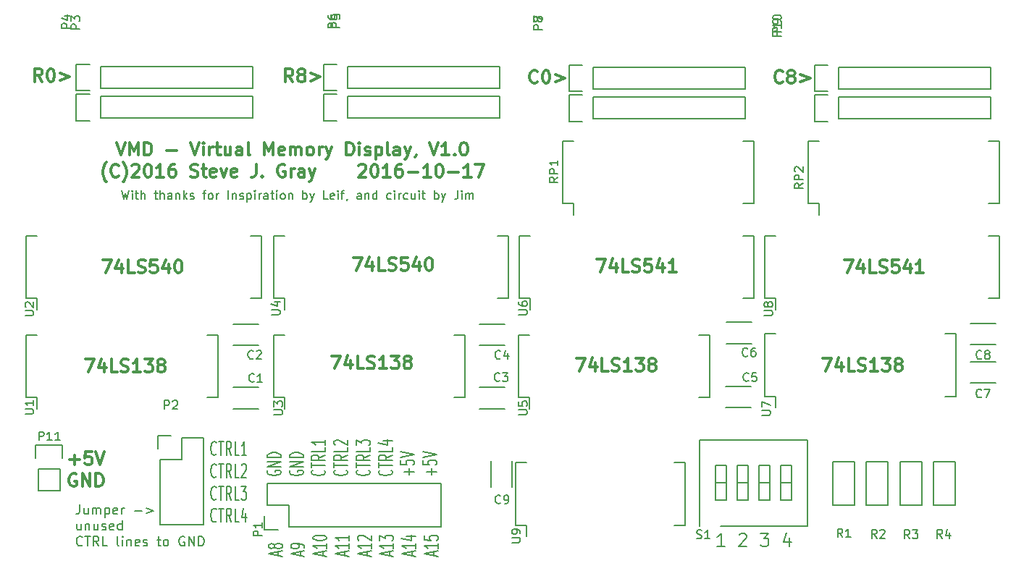
<source format=gto>
G04 #@! TF.FileFunction,Legend,Top*
%FSLAX46Y46*%
G04 Gerber Fmt 4.6, Leading zero omitted, Abs format (unit mm)*
G04 Created by KiCad (PCBNEW 4.0.3-stable) date 10/17/16 14:31:28*
%MOMM*%
%LPD*%
G01*
G04 APERTURE LIST*
%ADD10C,0.100000*%
%ADD11C,0.300000*%
%ADD12C,0.200000*%
%ADD13C,0.150000*%
G04 APERTURE END LIST*
D10*
D11*
X115371429Y-111732143D02*
X116514286Y-111732143D01*
X115942857Y-112303571D02*
X115942857Y-111160714D01*
X117942858Y-110803571D02*
X117228572Y-110803571D01*
X117157143Y-111517857D01*
X117228572Y-111446429D01*
X117371429Y-111375000D01*
X117728572Y-111375000D01*
X117871429Y-111446429D01*
X117942858Y-111517857D01*
X118014286Y-111660714D01*
X118014286Y-112017857D01*
X117942858Y-112160714D01*
X117871429Y-112232143D01*
X117728572Y-112303571D01*
X117371429Y-112303571D01*
X117228572Y-112232143D01*
X117157143Y-112160714D01*
X118442857Y-110803571D02*
X118942857Y-112303571D01*
X119442857Y-110803571D01*
X116157143Y-113425000D02*
X116014286Y-113353571D01*
X115800000Y-113353571D01*
X115585715Y-113425000D01*
X115442857Y-113567857D01*
X115371429Y-113710714D01*
X115300000Y-113996429D01*
X115300000Y-114210714D01*
X115371429Y-114496429D01*
X115442857Y-114639286D01*
X115585715Y-114782143D01*
X115800000Y-114853571D01*
X115942857Y-114853571D01*
X116157143Y-114782143D01*
X116228572Y-114710714D01*
X116228572Y-114210714D01*
X115942857Y-114210714D01*
X116871429Y-114853571D02*
X116871429Y-113353571D01*
X117728572Y-114853571D01*
X117728572Y-113353571D01*
X118442858Y-114853571D02*
X118442858Y-113353571D01*
X118800001Y-113353571D01*
X119014286Y-113425000D01*
X119157144Y-113567857D01*
X119228572Y-113710714D01*
X119300001Y-113996429D01*
X119300001Y-114210714D01*
X119228572Y-114496429D01*
X119157144Y-114639286D01*
X119014286Y-114782143D01*
X118800001Y-114853571D01*
X118442858Y-114853571D01*
D12*
X191942857Y-121828571D02*
X191085714Y-121828571D01*
X191514286Y-121828571D02*
X191514286Y-120328571D01*
X191371429Y-120542857D01*
X191228571Y-120685714D01*
X191085714Y-120757143D01*
X193657142Y-120471429D02*
X193728571Y-120400000D01*
X193871428Y-120328571D01*
X194228571Y-120328571D01*
X194371428Y-120400000D01*
X194442857Y-120471429D01*
X194514285Y-120614286D01*
X194514285Y-120757143D01*
X194442857Y-120971429D01*
X193585714Y-121828571D01*
X194514285Y-121828571D01*
X196157142Y-120328571D02*
X197085713Y-120328571D01*
X196585713Y-120900000D01*
X196799999Y-120900000D01*
X196942856Y-120971429D01*
X197014285Y-121042857D01*
X197085713Y-121185714D01*
X197085713Y-121542857D01*
X197014285Y-121685714D01*
X196942856Y-121757143D01*
X196799999Y-121828571D01*
X196371427Y-121828571D01*
X196228570Y-121757143D01*
X196157142Y-121685714D01*
X199514284Y-120828571D02*
X199514284Y-121828571D01*
X199157141Y-120257143D02*
X198799998Y-121328571D01*
X199728570Y-121328571D01*
X116526190Y-116997619D02*
X116526190Y-117783333D01*
X116473810Y-117940476D01*
X116369048Y-118045238D01*
X116211905Y-118097619D01*
X116107143Y-118097619D01*
X117521428Y-117364286D02*
X117521428Y-118097619D01*
X117050000Y-117364286D02*
X117050000Y-117940476D01*
X117102381Y-118045238D01*
X117207143Y-118097619D01*
X117364285Y-118097619D01*
X117469047Y-118045238D01*
X117521428Y-117992857D01*
X118045238Y-118097619D02*
X118045238Y-117364286D01*
X118045238Y-117469048D02*
X118097619Y-117416667D01*
X118202381Y-117364286D01*
X118359523Y-117364286D01*
X118464285Y-117416667D01*
X118516666Y-117521429D01*
X118516666Y-118097619D01*
X118516666Y-117521429D02*
X118569047Y-117416667D01*
X118673809Y-117364286D01*
X118830952Y-117364286D01*
X118935714Y-117416667D01*
X118988095Y-117521429D01*
X118988095Y-118097619D01*
X119511905Y-117364286D02*
X119511905Y-118464286D01*
X119511905Y-117416667D02*
X119616667Y-117364286D01*
X119826190Y-117364286D01*
X119930952Y-117416667D01*
X119983333Y-117469048D01*
X120035714Y-117573810D01*
X120035714Y-117888095D01*
X119983333Y-117992857D01*
X119930952Y-118045238D01*
X119826190Y-118097619D01*
X119616667Y-118097619D01*
X119511905Y-118045238D01*
X120926190Y-118045238D02*
X120821428Y-118097619D01*
X120611905Y-118097619D01*
X120507143Y-118045238D01*
X120454762Y-117940476D01*
X120454762Y-117521429D01*
X120507143Y-117416667D01*
X120611905Y-117364286D01*
X120821428Y-117364286D01*
X120926190Y-117416667D01*
X120978571Y-117521429D01*
X120978571Y-117626190D01*
X120454762Y-117730952D01*
X121450000Y-118097619D02*
X121450000Y-117364286D01*
X121450000Y-117573810D02*
X121502381Y-117469048D01*
X121554762Y-117416667D01*
X121659524Y-117364286D01*
X121764285Y-117364286D01*
X122969047Y-117678571D02*
X123807142Y-117678571D01*
X124330952Y-117364286D02*
X125169047Y-117678571D01*
X124330952Y-117992857D01*
X116683333Y-119214286D02*
X116683333Y-119947619D01*
X116211905Y-119214286D02*
X116211905Y-119790476D01*
X116264286Y-119895238D01*
X116369048Y-119947619D01*
X116526190Y-119947619D01*
X116630952Y-119895238D01*
X116683333Y-119842857D01*
X117207143Y-119214286D02*
X117207143Y-119947619D01*
X117207143Y-119319048D02*
X117259524Y-119266667D01*
X117364286Y-119214286D01*
X117521428Y-119214286D01*
X117626190Y-119266667D01*
X117678571Y-119371429D01*
X117678571Y-119947619D01*
X118673809Y-119214286D02*
X118673809Y-119947619D01*
X118202381Y-119214286D02*
X118202381Y-119790476D01*
X118254762Y-119895238D01*
X118359524Y-119947619D01*
X118516666Y-119947619D01*
X118621428Y-119895238D01*
X118673809Y-119842857D01*
X119145238Y-119895238D02*
X119250000Y-119947619D01*
X119459524Y-119947619D01*
X119564285Y-119895238D01*
X119616666Y-119790476D01*
X119616666Y-119738095D01*
X119564285Y-119633333D01*
X119459524Y-119580952D01*
X119302381Y-119580952D01*
X119197619Y-119528571D01*
X119145238Y-119423810D01*
X119145238Y-119371429D01*
X119197619Y-119266667D01*
X119302381Y-119214286D01*
X119459524Y-119214286D01*
X119564285Y-119266667D01*
X120507142Y-119895238D02*
X120402380Y-119947619D01*
X120192857Y-119947619D01*
X120088095Y-119895238D01*
X120035714Y-119790476D01*
X120035714Y-119371429D01*
X120088095Y-119266667D01*
X120192857Y-119214286D01*
X120402380Y-119214286D01*
X120507142Y-119266667D01*
X120559523Y-119371429D01*
X120559523Y-119476190D01*
X120035714Y-119580952D01*
X121502380Y-119947619D02*
X121502380Y-118847619D01*
X121502380Y-119895238D02*
X121397618Y-119947619D01*
X121188095Y-119947619D01*
X121083333Y-119895238D01*
X121030952Y-119842857D01*
X120978571Y-119738095D01*
X120978571Y-119423810D01*
X121030952Y-119319048D01*
X121083333Y-119266667D01*
X121188095Y-119214286D01*
X121397618Y-119214286D01*
X121502380Y-119266667D01*
X116840476Y-121692857D02*
X116788095Y-121745238D01*
X116630952Y-121797619D01*
X116526190Y-121797619D01*
X116369048Y-121745238D01*
X116264286Y-121640476D01*
X116211905Y-121535714D01*
X116159524Y-121326190D01*
X116159524Y-121169048D01*
X116211905Y-120959524D01*
X116264286Y-120854762D01*
X116369048Y-120750000D01*
X116526190Y-120697619D01*
X116630952Y-120697619D01*
X116788095Y-120750000D01*
X116840476Y-120802381D01*
X117154762Y-120697619D02*
X117783333Y-120697619D01*
X117469048Y-121797619D02*
X117469048Y-120697619D01*
X118778571Y-121797619D02*
X118411905Y-121273810D01*
X118150000Y-121797619D02*
X118150000Y-120697619D01*
X118569047Y-120697619D01*
X118673809Y-120750000D01*
X118726190Y-120802381D01*
X118778571Y-120907143D01*
X118778571Y-121064286D01*
X118726190Y-121169048D01*
X118673809Y-121221429D01*
X118569047Y-121273810D01*
X118150000Y-121273810D01*
X119773809Y-121797619D02*
X119250000Y-121797619D01*
X119250000Y-120697619D01*
X121135714Y-121797619D02*
X121030952Y-121745238D01*
X120978571Y-121640476D01*
X120978571Y-120697619D01*
X121554761Y-121797619D02*
X121554761Y-121064286D01*
X121554761Y-120697619D02*
X121502380Y-120750000D01*
X121554761Y-120802381D01*
X121607142Y-120750000D01*
X121554761Y-120697619D01*
X121554761Y-120802381D01*
X122078571Y-121064286D02*
X122078571Y-121797619D01*
X122078571Y-121169048D02*
X122130952Y-121116667D01*
X122235714Y-121064286D01*
X122392856Y-121064286D01*
X122497618Y-121116667D01*
X122549999Y-121221429D01*
X122549999Y-121797619D01*
X123492856Y-121745238D02*
X123388094Y-121797619D01*
X123178571Y-121797619D01*
X123073809Y-121745238D01*
X123021428Y-121640476D01*
X123021428Y-121221429D01*
X123073809Y-121116667D01*
X123178571Y-121064286D01*
X123388094Y-121064286D01*
X123492856Y-121116667D01*
X123545237Y-121221429D01*
X123545237Y-121326190D01*
X123021428Y-121430952D01*
X123964285Y-121745238D02*
X124069047Y-121797619D01*
X124278571Y-121797619D01*
X124383332Y-121745238D01*
X124435713Y-121640476D01*
X124435713Y-121588095D01*
X124383332Y-121483333D01*
X124278571Y-121430952D01*
X124121428Y-121430952D01*
X124016666Y-121378571D01*
X123964285Y-121273810D01*
X123964285Y-121221429D01*
X124016666Y-121116667D01*
X124121428Y-121064286D01*
X124278571Y-121064286D01*
X124383332Y-121116667D01*
X125588094Y-121064286D02*
X126007142Y-121064286D01*
X125745237Y-120697619D02*
X125745237Y-121640476D01*
X125797618Y-121745238D01*
X125902380Y-121797619D01*
X126007142Y-121797619D01*
X126530951Y-121797619D02*
X126426189Y-121745238D01*
X126373808Y-121692857D01*
X126321427Y-121588095D01*
X126321427Y-121273810D01*
X126373808Y-121169048D01*
X126426189Y-121116667D01*
X126530951Y-121064286D01*
X126688093Y-121064286D01*
X126792855Y-121116667D01*
X126845236Y-121169048D01*
X126897617Y-121273810D01*
X126897617Y-121588095D01*
X126845236Y-121692857D01*
X126792855Y-121745238D01*
X126688093Y-121797619D01*
X126530951Y-121797619D01*
X128783331Y-120750000D02*
X128678569Y-120697619D01*
X128521426Y-120697619D01*
X128364284Y-120750000D01*
X128259522Y-120854762D01*
X128207141Y-120959524D01*
X128154760Y-121169048D01*
X128154760Y-121326190D01*
X128207141Y-121535714D01*
X128259522Y-121640476D01*
X128364284Y-121745238D01*
X128521426Y-121797619D01*
X128626188Y-121797619D01*
X128783331Y-121745238D01*
X128835712Y-121692857D01*
X128835712Y-121326190D01*
X128626188Y-121326190D01*
X129307141Y-121797619D02*
X129307141Y-120697619D01*
X129935712Y-121797619D01*
X129935712Y-120697619D01*
X130459522Y-121797619D02*
X130459522Y-120697619D01*
X130721427Y-120697619D01*
X130878569Y-120750000D01*
X130983331Y-120854762D01*
X131035712Y-120959524D01*
X131088093Y-121169048D01*
X131088093Y-121326190D01*
X131035712Y-121535714D01*
X130983331Y-121640476D01*
X130878569Y-121745238D01*
X130721427Y-121797619D01*
X130459522Y-121797619D01*
X132509524Y-111071429D02*
X132461905Y-111147619D01*
X132319048Y-111223810D01*
X132223810Y-111223810D01*
X132080952Y-111147619D01*
X131985714Y-110995238D01*
X131938095Y-110842857D01*
X131890476Y-110538095D01*
X131890476Y-110309524D01*
X131938095Y-110004762D01*
X131985714Y-109852381D01*
X132080952Y-109700000D01*
X132223810Y-109623810D01*
X132319048Y-109623810D01*
X132461905Y-109700000D01*
X132509524Y-109776190D01*
X132795238Y-109623810D02*
X133366667Y-109623810D01*
X133080952Y-111223810D02*
X133080952Y-109623810D01*
X134271429Y-111223810D02*
X133938095Y-110461905D01*
X133700000Y-111223810D02*
X133700000Y-109623810D01*
X134080953Y-109623810D01*
X134176191Y-109700000D01*
X134223810Y-109776190D01*
X134271429Y-109928571D01*
X134271429Y-110157143D01*
X134223810Y-110309524D01*
X134176191Y-110385714D01*
X134080953Y-110461905D01*
X133700000Y-110461905D01*
X135176191Y-111223810D02*
X134700000Y-111223810D01*
X134700000Y-109623810D01*
X136033334Y-111223810D02*
X135461905Y-111223810D01*
X135747619Y-111223810D02*
X135747619Y-109623810D01*
X135652381Y-109852381D01*
X135557143Y-110004762D01*
X135461905Y-110080952D01*
X132509524Y-113671429D02*
X132461905Y-113747619D01*
X132319048Y-113823810D01*
X132223810Y-113823810D01*
X132080952Y-113747619D01*
X131985714Y-113595238D01*
X131938095Y-113442857D01*
X131890476Y-113138095D01*
X131890476Y-112909524D01*
X131938095Y-112604762D01*
X131985714Y-112452381D01*
X132080952Y-112300000D01*
X132223810Y-112223810D01*
X132319048Y-112223810D01*
X132461905Y-112300000D01*
X132509524Y-112376190D01*
X132795238Y-112223810D02*
X133366667Y-112223810D01*
X133080952Y-113823810D02*
X133080952Y-112223810D01*
X134271429Y-113823810D02*
X133938095Y-113061905D01*
X133700000Y-113823810D02*
X133700000Y-112223810D01*
X134080953Y-112223810D01*
X134176191Y-112300000D01*
X134223810Y-112376190D01*
X134271429Y-112528571D01*
X134271429Y-112757143D01*
X134223810Y-112909524D01*
X134176191Y-112985714D01*
X134080953Y-113061905D01*
X133700000Y-113061905D01*
X135176191Y-113823810D02*
X134700000Y-113823810D01*
X134700000Y-112223810D01*
X135461905Y-112376190D02*
X135509524Y-112300000D01*
X135604762Y-112223810D01*
X135842858Y-112223810D01*
X135938096Y-112300000D01*
X135985715Y-112376190D01*
X136033334Y-112528571D01*
X136033334Y-112680952D01*
X135985715Y-112909524D01*
X135414286Y-113823810D01*
X136033334Y-113823810D01*
X132509524Y-116271429D02*
X132461905Y-116347619D01*
X132319048Y-116423810D01*
X132223810Y-116423810D01*
X132080952Y-116347619D01*
X131985714Y-116195238D01*
X131938095Y-116042857D01*
X131890476Y-115738095D01*
X131890476Y-115509524D01*
X131938095Y-115204762D01*
X131985714Y-115052381D01*
X132080952Y-114900000D01*
X132223810Y-114823810D01*
X132319048Y-114823810D01*
X132461905Y-114900000D01*
X132509524Y-114976190D01*
X132795238Y-114823810D02*
X133366667Y-114823810D01*
X133080952Y-116423810D02*
X133080952Y-114823810D01*
X134271429Y-116423810D02*
X133938095Y-115661905D01*
X133700000Y-116423810D02*
X133700000Y-114823810D01*
X134080953Y-114823810D01*
X134176191Y-114900000D01*
X134223810Y-114976190D01*
X134271429Y-115128571D01*
X134271429Y-115357143D01*
X134223810Y-115509524D01*
X134176191Y-115585714D01*
X134080953Y-115661905D01*
X133700000Y-115661905D01*
X135176191Y-116423810D02*
X134700000Y-116423810D01*
X134700000Y-114823810D01*
X135414286Y-114823810D02*
X136033334Y-114823810D01*
X135700000Y-115433333D01*
X135842858Y-115433333D01*
X135938096Y-115509524D01*
X135985715Y-115585714D01*
X136033334Y-115738095D01*
X136033334Y-116119048D01*
X135985715Y-116271429D01*
X135938096Y-116347619D01*
X135842858Y-116423810D01*
X135557143Y-116423810D01*
X135461905Y-116347619D01*
X135414286Y-116271429D01*
X132509524Y-118871429D02*
X132461905Y-118947619D01*
X132319048Y-119023810D01*
X132223810Y-119023810D01*
X132080952Y-118947619D01*
X131985714Y-118795238D01*
X131938095Y-118642857D01*
X131890476Y-118338095D01*
X131890476Y-118109524D01*
X131938095Y-117804762D01*
X131985714Y-117652381D01*
X132080952Y-117500000D01*
X132223810Y-117423810D01*
X132319048Y-117423810D01*
X132461905Y-117500000D01*
X132509524Y-117576190D01*
X132795238Y-117423810D02*
X133366667Y-117423810D01*
X133080952Y-119023810D02*
X133080952Y-117423810D01*
X134271429Y-119023810D02*
X133938095Y-118261905D01*
X133700000Y-119023810D02*
X133700000Y-117423810D01*
X134080953Y-117423810D01*
X134176191Y-117500000D01*
X134223810Y-117576190D01*
X134271429Y-117728571D01*
X134271429Y-117957143D01*
X134223810Y-118109524D01*
X134176191Y-118185714D01*
X134080953Y-118261905D01*
X133700000Y-118261905D01*
X135176191Y-119023810D02*
X134700000Y-119023810D01*
X134700000Y-117423810D01*
X135938096Y-117957143D02*
X135938096Y-119023810D01*
X135700000Y-117347619D02*
X135461905Y-118490476D01*
X136080953Y-118490476D01*
D11*
X170071429Y-67535714D02*
X170000000Y-67607143D01*
X169785714Y-67678571D01*
X169642857Y-67678571D01*
X169428572Y-67607143D01*
X169285714Y-67464286D01*
X169214286Y-67321429D01*
X169142857Y-67035714D01*
X169142857Y-66821429D01*
X169214286Y-66535714D01*
X169285714Y-66392857D01*
X169428572Y-66250000D01*
X169642857Y-66178571D01*
X169785714Y-66178571D01*
X170000000Y-66250000D01*
X170071429Y-66321429D01*
X171000000Y-66178571D02*
X171142857Y-66178571D01*
X171285714Y-66250000D01*
X171357143Y-66321429D01*
X171428572Y-66464286D01*
X171500000Y-66750000D01*
X171500000Y-67107143D01*
X171428572Y-67392857D01*
X171357143Y-67535714D01*
X171285714Y-67607143D01*
X171142857Y-67678571D01*
X171000000Y-67678571D01*
X170857143Y-67607143D01*
X170785714Y-67535714D01*
X170714286Y-67392857D01*
X170642857Y-67107143D01*
X170642857Y-66750000D01*
X170714286Y-66464286D01*
X170785714Y-66321429D01*
X170857143Y-66250000D01*
X171000000Y-66178571D01*
X172142857Y-66678571D02*
X173285714Y-67107143D01*
X172142857Y-67535714D01*
X112171429Y-67478571D02*
X111671429Y-66764286D01*
X111314286Y-67478571D02*
X111314286Y-65978571D01*
X111885714Y-65978571D01*
X112028572Y-66050000D01*
X112100000Y-66121429D01*
X112171429Y-66264286D01*
X112171429Y-66478571D01*
X112100000Y-66621429D01*
X112028572Y-66692857D01*
X111885714Y-66764286D01*
X111314286Y-66764286D01*
X113100000Y-65978571D02*
X113242857Y-65978571D01*
X113385714Y-66050000D01*
X113457143Y-66121429D01*
X113528572Y-66264286D01*
X113600000Y-66550000D01*
X113600000Y-66907143D01*
X113528572Y-67192857D01*
X113457143Y-67335714D01*
X113385714Y-67407143D01*
X113242857Y-67478571D01*
X113100000Y-67478571D01*
X112957143Y-67407143D01*
X112885714Y-67335714D01*
X112814286Y-67192857D01*
X112742857Y-66907143D01*
X112742857Y-66550000D01*
X112814286Y-66264286D01*
X112885714Y-66121429D01*
X112957143Y-66050000D01*
X113100000Y-65978571D01*
X114242857Y-66478571D02*
X115385714Y-66907143D01*
X114242857Y-67335714D01*
X203421430Y-99878571D02*
X204421430Y-99878571D01*
X203778573Y-101378571D01*
X205635715Y-100378571D02*
X205635715Y-101378571D01*
X205278572Y-99807143D02*
X204921429Y-100878571D01*
X205850001Y-100878571D01*
X207135715Y-101378571D02*
X206421429Y-101378571D01*
X206421429Y-99878571D01*
X207564286Y-101307143D02*
X207778572Y-101378571D01*
X208135715Y-101378571D01*
X208278572Y-101307143D01*
X208350001Y-101235714D01*
X208421429Y-101092857D01*
X208421429Y-100950000D01*
X208350001Y-100807143D01*
X208278572Y-100735714D01*
X208135715Y-100664286D01*
X207850001Y-100592857D01*
X207707143Y-100521429D01*
X207635715Y-100450000D01*
X207564286Y-100307143D01*
X207564286Y-100164286D01*
X207635715Y-100021429D01*
X207707143Y-99950000D01*
X207850001Y-99878571D01*
X208207143Y-99878571D01*
X208421429Y-99950000D01*
X209850000Y-101378571D02*
X208992857Y-101378571D01*
X209421429Y-101378571D02*
X209421429Y-99878571D01*
X209278572Y-100092857D01*
X209135714Y-100235714D01*
X208992857Y-100307143D01*
X210350000Y-99878571D02*
X211278571Y-99878571D01*
X210778571Y-100450000D01*
X210992857Y-100450000D01*
X211135714Y-100521429D01*
X211207143Y-100592857D01*
X211278571Y-100735714D01*
X211278571Y-101092857D01*
X211207143Y-101235714D01*
X211135714Y-101307143D01*
X210992857Y-101378571D01*
X210564285Y-101378571D01*
X210421428Y-101307143D01*
X210350000Y-101235714D01*
X212135714Y-100521429D02*
X211992856Y-100450000D01*
X211921428Y-100378571D01*
X211849999Y-100235714D01*
X211849999Y-100164286D01*
X211921428Y-100021429D01*
X211992856Y-99950000D01*
X212135714Y-99878571D01*
X212421428Y-99878571D01*
X212564285Y-99950000D01*
X212635714Y-100021429D01*
X212707142Y-100164286D01*
X212707142Y-100235714D01*
X212635714Y-100378571D01*
X212564285Y-100450000D01*
X212421428Y-100521429D01*
X212135714Y-100521429D01*
X211992856Y-100592857D01*
X211921428Y-100664286D01*
X211849999Y-100807143D01*
X211849999Y-101092857D01*
X211921428Y-101235714D01*
X211992856Y-101307143D01*
X212135714Y-101378571D01*
X212421428Y-101378571D01*
X212564285Y-101307143D01*
X212635714Y-101235714D01*
X212707142Y-101092857D01*
X212707142Y-100807143D01*
X212635714Y-100664286D01*
X212564285Y-100592857D01*
X212421428Y-100521429D01*
X174621430Y-99878571D02*
X175621430Y-99878571D01*
X174978573Y-101378571D01*
X176835715Y-100378571D02*
X176835715Y-101378571D01*
X176478572Y-99807143D02*
X176121429Y-100878571D01*
X177050001Y-100878571D01*
X178335715Y-101378571D02*
X177621429Y-101378571D01*
X177621429Y-99878571D01*
X178764286Y-101307143D02*
X178978572Y-101378571D01*
X179335715Y-101378571D01*
X179478572Y-101307143D01*
X179550001Y-101235714D01*
X179621429Y-101092857D01*
X179621429Y-100950000D01*
X179550001Y-100807143D01*
X179478572Y-100735714D01*
X179335715Y-100664286D01*
X179050001Y-100592857D01*
X178907143Y-100521429D01*
X178835715Y-100450000D01*
X178764286Y-100307143D01*
X178764286Y-100164286D01*
X178835715Y-100021429D01*
X178907143Y-99950000D01*
X179050001Y-99878571D01*
X179407143Y-99878571D01*
X179621429Y-99950000D01*
X181050000Y-101378571D02*
X180192857Y-101378571D01*
X180621429Y-101378571D02*
X180621429Y-99878571D01*
X180478572Y-100092857D01*
X180335714Y-100235714D01*
X180192857Y-100307143D01*
X181550000Y-99878571D02*
X182478571Y-99878571D01*
X181978571Y-100450000D01*
X182192857Y-100450000D01*
X182335714Y-100521429D01*
X182407143Y-100592857D01*
X182478571Y-100735714D01*
X182478571Y-101092857D01*
X182407143Y-101235714D01*
X182335714Y-101307143D01*
X182192857Y-101378571D01*
X181764285Y-101378571D01*
X181621428Y-101307143D01*
X181550000Y-101235714D01*
X183335714Y-100521429D02*
X183192856Y-100450000D01*
X183121428Y-100378571D01*
X183049999Y-100235714D01*
X183049999Y-100164286D01*
X183121428Y-100021429D01*
X183192856Y-99950000D01*
X183335714Y-99878571D01*
X183621428Y-99878571D01*
X183764285Y-99950000D01*
X183835714Y-100021429D01*
X183907142Y-100164286D01*
X183907142Y-100235714D01*
X183835714Y-100378571D01*
X183764285Y-100450000D01*
X183621428Y-100521429D01*
X183335714Y-100521429D01*
X183192856Y-100592857D01*
X183121428Y-100664286D01*
X183049999Y-100807143D01*
X183049999Y-101092857D01*
X183121428Y-101235714D01*
X183192856Y-101307143D01*
X183335714Y-101378571D01*
X183621428Y-101378571D01*
X183764285Y-101307143D01*
X183835714Y-101235714D01*
X183907142Y-101092857D01*
X183907142Y-100807143D01*
X183835714Y-100664286D01*
X183764285Y-100592857D01*
X183621428Y-100521429D01*
X146021430Y-99578571D02*
X147021430Y-99578571D01*
X146378573Y-101078571D01*
X148235715Y-100078571D02*
X148235715Y-101078571D01*
X147878572Y-99507143D02*
X147521429Y-100578571D01*
X148450001Y-100578571D01*
X149735715Y-101078571D02*
X149021429Y-101078571D01*
X149021429Y-99578571D01*
X150164286Y-101007143D02*
X150378572Y-101078571D01*
X150735715Y-101078571D01*
X150878572Y-101007143D01*
X150950001Y-100935714D01*
X151021429Y-100792857D01*
X151021429Y-100650000D01*
X150950001Y-100507143D01*
X150878572Y-100435714D01*
X150735715Y-100364286D01*
X150450001Y-100292857D01*
X150307143Y-100221429D01*
X150235715Y-100150000D01*
X150164286Y-100007143D01*
X150164286Y-99864286D01*
X150235715Y-99721429D01*
X150307143Y-99650000D01*
X150450001Y-99578571D01*
X150807143Y-99578571D01*
X151021429Y-99650000D01*
X152450000Y-101078571D02*
X151592857Y-101078571D01*
X152021429Y-101078571D02*
X152021429Y-99578571D01*
X151878572Y-99792857D01*
X151735714Y-99935714D01*
X151592857Y-100007143D01*
X152950000Y-99578571D02*
X153878571Y-99578571D01*
X153378571Y-100150000D01*
X153592857Y-100150000D01*
X153735714Y-100221429D01*
X153807143Y-100292857D01*
X153878571Y-100435714D01*
X153878571Y-100792857D01*
X153807143Y-100935714D01*
X153735714Y-101007143D01*
X153592857Y-101078571D01*
X153164285Y-101078571D01*
X153021428Y-101007143D01*
X152950000Y-100935714D01*
X154735714Y-100221429D02*
X154592856Y-100150000D01*
X154521428Y-100078571D01*
X154449999Y-99935714D01*
X154449999Y-99864286D01*
X154521428Y-99721429D01*
X154592856Y-99650000D01*
X154735714Y-99578571D01*
X155021428Y-99578571D01*
X155164285Y-99650000D01*
X155235714Y-99721429D01*
X155307142Y-99864286D01*
X155307142Y-99935714D01*
X155235714Y-100078571D01*
X155164285Y-100150000D01*
X155021428Y-100221429D01*
X154735714Y-100221429D01*
X154592856Y-100292857D01*
X154521428Y-100364286D01*
X154449999Y-100507143D01*
X154449999Y-100792857D01*
X154521428Y-100935714D01*
X154592856Y-101007143D01*
X154735714Y-101078571D01*
X155021428Y-101078571D01*
X155164285Y-101007143D01*
X155235714Y-100935714D01*
X155307142Y-100792857D01*
X155307142Y-100507143D01*
X155235714Y-100364286D01*
X155164285Y-100292857D01*
X155021428Y-100221429D01*
X117221430Y-99978571D02*
X118221430Y-99978571D01*
X117578573Y-101478571D01*
X119435715Y-100478571D02*
X119435715Y-101478571D01*
X119078572Y-99907143D02*
X118721429Y-100978571D01*
X119650001Y-100978571D01*
X120935715Y-101478571D02*
X120221429Y-101478571D01*
X120221429Y-99978571D01*
X121364286Y-101407143D02*
X121578572Y-101478571D01*
X121935715Y-101478571D01*
X122078572Y-101407143D01*
X122150001Y-101335714D01*
X122221429Y-101192857D01*
X122221429Y-101050000D01*
X122150001Y-100907143D01*
X122078572Y-100835714D01*
X121935715Y-100764286D01*
X121650001Y-100692857D01*
X121507143Y-100621429D01*
X121435715Y-100550000D01*
X121364286Y-100407143D01*
X121364286Y-100264286D01*
X121435715Y-100121429D01*
X121507143Y-100050000D01*
X121650001Y-99978571D01*
X122007143Y-99978571D01*
X122221429Y-100050000D01*
X123650000Y-101478571D02*
X122792857Y-101478571D01*
X123221429Y-101478571D02*
X123221429Y-99978571D01*
X123078572Y-100192857D01*
X122935714Y-100335714D01*
X122792857Y-100407143D01*
X124150000Y-99978571D02*
X125078571Y-99978571D01*
X124578571Y-100550000D01*
X124792857Y-100550000D01*
X124935714Y-100621429D01*
X125007143Y-100692857D01*
X125078571Y-100835714D01*
X125078571Y-101192857D01*
X125007143Y-101335714D01*
X124935714Y-101407143D01*
X124792857Y-101478571D01*
X124364285Y-101478571D01*
X124221428Y-101407143D01*
X124150000Y-101335714D01*
X125935714Y-100621429D02*
X125792856Y-100550000D01*
X125721428Y-100478571D01*
X125649999Y-100335714D01*
X125649999Y-100264286D01*
X125721428Y-100121429D01*
X125792856Y-100050000D01*
X125935714Y-99978571D01*
X126221428Y-99978571D01*
X126364285Y-100050000D01*
X126435714Y-100121429D01*
X126507142Y-100264286D01*
X126507142Y-100335714D01*
X126435714Y-100478571D01*
X126364285Y-100550000D01*
X126221428Y-100621429D01*
X125935714Y-100621429D01*
X125792856Y-100692857D01*
X125721428Y-100764286D01*
X125649999Y-100907143D01*
X125649999Y-101192857D01*
X125721428Y-101335714D01*
X125792856Y-101407143D01*
X125935714Y-101478571D01*
X126221428Y-101478571D01*
X126364285Y-101407143D01*
X126435714Y-101335714D01*
X126507142Y-101192857D01*
X126507142Y-100907143D01*
X126435714Y-100764286D01*
X126364285Y-100692857D01*
X126221428Y-100621429D01*
X205921430Y-88378571D02*
X206921430Y-88378571D01*
X206278573Y-89878571D01*
X208135715Y-88878571D02*
X208135715Y-89878571D01*
X207778572Y-88307143D02*
X207421429Y-89378571D01*
X208350001Y-89378571D01*
X209635715Y-89878571D02*
X208921429Y-89878571D01*
X208921429Y-88378571D01*
X210064286Y-89807143D02*
X210278572Y-89878571D01*
X210635715Y-89878571D01*
X210778572Y-89807143D01*
X210850001Y-89735714D01*
X210921429Y-89592857D01*
X210921429Y-89450000D01*
X210850001Y-89307143D01*
X210778572Y-89235714D01*
X210635715Y-89164286D01*
X210350001Y-89092857D01*
X210207143Y-89021429D01*
X210135715Y-88950000D01*
X210064286Y-88807143D01*
X210064286Y-88664286D01*
X210135715Y-88521429D01*
X210207143Y-88450000D01*
X210350001Y-88378571D01*
X210707143Y-88378571D01*
X210921429Y-88450000D01*
X212278572Y-88378571D02*
X211564286Y-88378571D01*
X211492857Y-89092857D01*
X211564286Y-89021429D01*
X211707143Y-88950000D01*
X212064286Y-88950000D01*
X212207143Y-89021429D01*
X212278572Y-89092857D01*
X212350000Y-89235714D01*
X212350000Y-89592857D01*
X212278572Y-89735714D01*
X212207143Y-89807143D01*
X212064286Y-89878571D01*
X211707143Y-89878571D01*
X211564286Y-89807143D01*
X211492857Y-89735714D01*
X213635714Y-88878571D02*
X213635714Y-89878571D01*
X213278571Y-88307143D02*
X212921428Y-89378571D01*
X213850000Y-89378571D01*
X215207142Y-89878571D02*
X214349999Y-89878571D01*
X214778571Y-89878571D02*
X214778571Y-88378571D01*
X214635714Y-88592857D01*
X214492856Y-88735714D01*
X214349999Y-88807143D01*
X177021430Y-88278571D02*
X178021430Y-88278571D01*
X177378573Y-89778571D01*
X179235715Y-88778571D02*
X179235715Y-89778571D01*
X178878572Y-88207143D02*
X178521429Y-89278571D01*
X179450001Y-89278571D01*
X180735715Y-89778571D02*
X180021429Y-89778571D01*
X180021429Y-88278571D01*
X181164286Y-89707143D02*
X181378572Y-89778571D01*
X181735715Y-89778571D01*
X181878572Y-89707143D01*
X181950001Y-89635714D01*
X182021429Y-89492857D01*
X182021429Y-89350000D01*
X181950001Y-89207143D01*
X181878572Y-89135714D01*
X181735715Y-89064286D01*
X181450001Y-88992857D01*
X181307143Y-88921429D01*
X181235715Y-88850000D01*
X181164286Y-88707143D01*
X181164286Y-88564286D01*
X181235715Y-88421429D01*
X181307143Y-88350000D01*
X181450001Y-88278571D01*
X181807143Y-88278571D01*
X182021429Y-88350000D01*
X183378572Y-88278571D02*
X182664286Y-88278571D01*
X182592857Y-88992857D01*
X182664286Y-88921429D01*
X182807143Y-88850000D01*
X183164286Y-88850000D01*
X183307143Y-88921429D01*
X183378572Y-88992857D01*
X183450000Y-89135714D01*
X183450000Y-89492857D01*
X183378572Y-89635714D01*
X183307143Y-89707143D01*
X183164286Y-89778571D01*
X182807143Y-89778571D01*
X182664286Y-89707143D01*
X182592857Y-89635714D01*
X184735714Y-88778571D02*
X184735714Y-89778571D01*
X184378571Y-88207143D02*
X184021428Y-89278571D01*
X184950000Y-89278571D01*
X186307142Y-89778571D02*
X185449999Y-89778571D01*
X185878571Y-89778571D02*
X185878571Y-88278571D01*
X185735714Y-88492857D01*
X185592856Y-88635714D01*
X185449999Y-88707143D01*
X148521430Y-88078571D02*
X149521430Y-88078571D01*
X148878573Y-89578571D01*
X150735715Y-88578571D02*
X150735715Y-89578571D01*
X150378572Y-88007143D02*
X150021429Y-89078571D01*
X150950001Y-89078571D01*
X152235715Y-89578571D02*
X151521429Y-89578571D01*
X151521429Y-88078571D01*
X152664286Y-89507143D02*
X152878572Y-89578571D01*
X153235715Y-89578571D01*
X153378572Y-89507143D01*
X153450001Y-89435714D01*
X153521429Y-89292857D01*
X153521429Y-89150000D01*
X153450001Y-89007143D01*
X153378572Y-88935714D01*
X153235715Y-88864286D01*
X152950001Y-88792857D01*
X152807143Y-88721429D01*
X152735715Y-88650000D01*
X152664286Y-88507143D01*
X152664286Y-88364286D01*
X152735715Y-88221429D01*
X152807143Y-88150000D01*
X152950001Y-88078571D01*
X153307143Y-88078571D01*
X153521429Y-88150000D01*
X154878572Y-88078571D02*
X154164286Y-88078571D01*
X154092857Y-88792857D01*
X154164286Y-88721429D01*
X154307143Y-88650000D01*
X154664286Y-88650000D01*
X154807143Y-88721429D01*
X154878572Y-88792857D01*
X154950000Y-88935714D01*
X154950000Y-89292857D01*
X154878572Y-89435714D01*
X154807143Y-89507143D01*
X154664286Y-89578571D01*
X154307143Y-89578571D01*
X154164286Y-89507143D01*
X154092857Y-89435714D01*
X156235714Y-88578571D02*
X156235714Y-89578571D01*
X155878571Y-88007143D02*
X155521428Y-89078571D01*
X156450000Y-89078571D01*
X157307142Y-88078571D02*
X157449999Y-88078571D01*
X157592856Y-88150000D01*
X157664285Y-88221429D01*
X157735714Y-88364286D01*
X157807142Y-88650000D01*
X157807142Y-89007143D01*
X157735714Y-89292857D01*
X157664285Y-89435714D01*
X157592856Y-89507143D01*
X157449999Y-89578571D01*
X157307142Y-89578571D01*
X157164285Y-89507143D01*
X157092856Y-89435714D01*
X157021428Y-89292857D01*
X156949999Y-89007143D01*
X156949999Y-88650000D01*
X157021428Y-88364286D01*
X157092856Y-88221429D01*
X157164285Y-88150000D01*
X157307142Y-88078571D01*
X119221430Y-88378571D02*
X120221430Y-88378571D01*
X119578573Y-89878571D01*
X121435715Y-88878571D02*
X121435715Y-89878571D01*
X121078572Y-88307143D02*
X120721429Y-89378571D01*
X121650001Y-89378571D01*
X122935715Y-89878571D02*
X122221429Y-89878571D01*
X122221429Y-88378571D01*
X123364286Y-89807143D02*
X123578572Y-89878571D01*
X123935715Y-89878571D01*
X124078572Y-89807143D01*
X124150001Y-89735714D01*
X124221429Y-89592857D01*
X124221429Y-89450000D01*
X124150001Y-89307143D01*
X124078572Y-89235714D01*
X123935715Y-89164286D01*
X123650001Y-89092857D01*
X123507143Y-89021429D01*
X123435715Y-88950000D01*
X123364286Y-88807143D01*
X123364286Y-88664286D01*
X123435715Y-88521429D01*
X123507143Y-88450000D01*
X123650001Y-88378571D01*
X124007143Y-88378571D01*
X124221429Y-88450000D01*
X125578572Y-88378571D02*
X124864286Y-88378571D01*
X124792857Y-89092857D01*
X124864286Y-89021429D01*
X125007143Y-88950000D01*
X125364286Y-88950000D01*
X125507143Y-89021429D01*
X125578572Y-89092857D01*
X125650000Y-89235714D01*
X125650000Y-89592857D01*
X125578572Y-89735714D01*
X125507143Y-89807143D01*
X125364286Y-89878571D01*
X125007143Y-89878571D01*
X124864286Y-89807143D01*
X124792857Y-89735714D01*
X126935714Y-88878571D02*
X126935714Y-89878571D01*
X126578571Y-88307143D02*
X126221428Y-89378571D01*
X127150000Y-89378571D01*
X128007142Y-88378571D02*
X128149999Y-88378571D01*
X128292856Y-88450000D01*
X128364285Y-88521429D01*
X128435714Y-88664286D01*
X128507142Y-88950000D01*
X128507142Y-89307143D01*
X128435714Y-89592857D01*
X128364285Y-89735714D01*
X128292856Y-89807143D01*
X128149999Y-89878571D01*
X128007142Y-89878571D01*
X127864285Y-89807143D01*
X127792856Y-89735714D01*
X127721428Y-89592857D01*
X127649999Y-89307143D01*
X127649999Y-88950000D01*
X127721428Y-88664286D01*
X127792856Y-88521429D01*
X127864285Y-88450000D01*
X128007142Y-88378571D01*
D12*
X121454760Y-80252381D02*
X121692855Y-81252381D01*
X121883332Y-80538095D01*
X122073808Y-81252381D01*
X122311903Y-80252381D01*
X122692855Y-81252381D02*
X122692855Y-80585714D01*
X122692855Y-80252381D02*
X122645236Y-80300000D01*
X122692855Y-80347619D01*
X122740474Y-80300000D01*
X122692855Y-80252381D01*
X122692855Y-80347619D01*
X123026188Y-80585714D02*
X123407140Y-80585714D01*
X123169045Y-80252381D02*
X123169045Y-81109524D01*
X123216664Y-81204762D01*
X123311902Y-81252381D01*
X123407140Y-81252381D01*
X123740474Y-81252381D02*
X123740474Y-80252381D01*
X124169046Y-81252381D02*
X124169046Y-80728571D01*
X124121427Y-80633333D01*
X124026189Y-80585714D01*
X123883331Y-80585714D01*
X123788093Y-80633333D01*
X123740474Y-80680952D01*
X125264284Y-80585714D02*
X125645236Y-80585714D01*
X125407141Y-80252381D02*
X125407141Y-81109524D01*
X125454760Y-81204762D01*
X125549998Y-81252381D01*
X125645236Y-81252381D01*
X125978570Y-81252381D02*
X125978570Y-80252381D01*
X126407142Y-81252381D02*
X126407142Y-80728571D01*
X126359523Y-80633333D01*
X126264285Y-80585714D01*
X126121427Y-80585714D01*
X126026189Y-80633333D01*
X125978570Y-80680952D01*
X127311904Y-81252381D02*
X127311904Y-80728571D01*
X127264285Y-80633333D01*
X127169047Y-80585714D01*
X126978570Y-80585714D01*
X126883332Y-80633333D01*
X127311904Y-81204762D02*
X127216666Y-81252381D01*
X126978570Y-81252381D01*
X126883332Y-81204762D01*
X126835713Y-81109524D01*
X126835713Y-81014286D01*
X126883332Y-80919048D01*
X126978570Y-80871429D01*
X127216666Y-80871429D01*
X127311904Y-80823810D01*
X127788094Y-80585714D02*
X127788094Y-81252381D01*
X127788094Y-80680952D02*
X127835713Y-80633333D01*
X127930951Y-80585714D01*
X128073809Y-80585714D01*
X128169047Y-80633333D01*
X128216666Y-80728571D01*
X128216666Y-81252381D01*
X128692856Y-81252381D02*
X128692856Y-80252381D01*
X128788094Y-80871429D02*
X129073809Y-81252381D01*
X129073809Y-80585714D02*
X128692856Y-80966667D01*
X129454761Y-81204762D02*
X129549999Y-81252381D01*
X129740475Y-81252381D01*
X129835714Y-81204762D01*
X129883333Y-81109524D01*
X129883333Y-81061905D01*
X129835714Y-80966667D01*
X129740475Y-80919048D01*
X129597618Y-80919048D01*
X129502380Y-80871429D01*
X129454761Y-80776190D01*
X129454761Y-80728571D01*
X129502380Y-80633333D01*
X129597618Y-80585714D01*
X129740475Y-80585714D01*
X129835714Y-80633333D01*
X130930952Y-80585714D02*
X131311904Y-80585714D01*
X131073809Y-81252381D02*
X131073809Y-80395238D01*
X131121428Y-80300000D01*
X131216666Y-80252381D01*
X131311904Y-80252381D01*
X131788095Y-81252381D02*
X131692857Y-81204762D01*
X131645238Y-81157143D01*
X131597619Y-81061905D01*
X131597619Y-80776190D01*
X131645238Y-80680952D01*
X131692857Y-80633333D01*
X131788095Y-80585714D01*
X131930953Y-80585714D01*
X132026191Y-80633333D01*
X132073810Y-80680952D01*
X132121429Y-80776190D01*
X132121429Y-81061905D01*
X132073810Y-81157143D01*
X132026191Y-81204762D01*
X131930953Y-81252381D01*
X131788095Y-81252381D01*
X132550000Y-81252381D02*
X132550000Y-80585714D01*
X132550000Y-80776190D02*
X132597619Y-80680952D01*
X132645238Y-80633333D01*
X132740476Y-80585714D01*
X132835715Y-80585714D01*
X133930953Y-81252381D02*
X133930953Y-80252381D01*
X134407143Y-80585714D02*
X134407143Y-81252381D01*
X134407143Y-80680952D02*
X134454762Y-80633333D01*
X134550000Y-80585714D01*
X134692858Y-80585714D01*
X134788096Y-80633333D01*
X134835715Y-80728571D01*
X134835715Y-81252381D01*
X135264286Y-81204762D02*
X135359524Y-81252381D01*
X135550000Y-81252381D01*
X135645239Y-81204762D01*
X135692858Y-81109524D01*
X135692858Y-81061905D01*
X135645239Y-80966667D01*
X135550000Y-80919048D01*
X135407143Y-80919048D01*
X135311905Y-80871429D01*
X135264286Y-80776190D01*
X135264286Y-80728571D01*
X135311905Y-80633333D01*
X135407143Y-80585714D01*
X135550000Y-80585714D01*
X135645239Y-80633333D01*
X136121429Y-80585714D02*
X136121429Y-81585714D01*
X136121429Y-80633333D02*
X136216667Y-80585714D01*
X136407144Y-80585714D01*
X136502382Y-80633333D01*
X136550001Y-80680952D01*
X136597620Y-80776190D01*
X136597620Y-81061905D01*
X136550001Y-81157143D01*
X136502382Y-81204762D01*
X136407144Y-81252381D01*
X136216667Y-81252381D01*
X136121429Y-81204762D01*
X137026191Y-81252381D02*
X137026191Y-80585714D01*
X137026191Y-80252381D02*
X136978572Y-80300000D01*
X137026191Y-80347619D01*
X137073810Y-80300000D01*
X137026191Y-80252381D01*
X137026191Y-80347619D01*
X137502381Y-81252381D02*
X137502381Y-80585714D01*
X137502381Y-80776190D02*
X137550000Y-80680952D01*
X137597619Y-80633333D01*
X137692857Y-80585714D01*
X137788096Y-80585714D01*
X138550001Y-81252381D02*
X138550001Y-80728571D01*
X138502382Y-80633333D01*
X138407144Y-80585714D01*
X138216667Y-80585714D01*
X138121429Y-80633333D01*
X138550001Y-81204762D02*
X138454763Y-81252381D01*
X138216667Y-81252381D01*
X138121429Y-81204762D01*
X138073810Y-81109524D01*
X138073810Y-81014286D01*
X138121429Y-80919048D01*
X138216667Y-80871429D01*
X138454763Y-80871429D01*
X138550001Y-80823810D01*
X138883334Y-80585714D02*
X139264286Y-80585714D01*
X139026191Y-80252381D02*
X139026191Y-81109524D01*
X139073810Y-81204762D01*
X139169048Y-81252381D01*
X139264286Y-81252381D01*
X139597620Y-81252381D02*
X139597620Y-80585714D01*
X139597620Y-80252381D02*
X139550001Y-80300000D01*
X139597620Y-80347619D01*
X139645239Y-80300000D01*
X139597620Y-80252381D01*
X139597620Y-80347619D01*
X140216667Y-81252381D02*
X140121429Y-81204762D01*
X140073810Y-81157143D01*
X140026191Y-81061905D01*
X140026191Y-80776190D01*
X140073810Y-80680952D01*
X140121429Y-80633333D01*
X140216667Y-80585714D01*
X140359525Y-80585714D01*
X140454763Y-80633333D01*
X140502382Y-80680952D01*
X140550001Y-80776190D01*
X140550001Y-81061905D01*
X140502382Y-81157143D01*
X140454763Y-81204762D01*
X140359525Y-81252381D01*
X140216667Y-81252381D01*
X140978572Y-80585714D02*
X140978572Y-81252381D01*
X140978572Y-80680952D02*
X141026191Y-80633333D01*
X141121429Y-80585714D01*
X141264287Y-80585714D01*
X141359525Y-80633333D01*
X141407144Y-80728571D01*
X141407144Y-81252381D01*
X142645239Y-81252381D02*
X142645239Y-80252381D01*
X142645239Y-80633333D02*
X142740477Y-80585714D01*
X142930954Y-80585714D01*
X143026192Y-80633333D01*
X143073811Y-80680952D01*
X143121430Y-80776190D01*
X143121430Y-81061905D01*
X143073811Y-81157143D01*
X143026192Y-81204762D01*
X142930954Y-81252381D01*
X142740477Y-81252381D01*
X142645239Y-81204762D01*
X143454763Y-80585714D02*
X143692858Y-81252381D01*
X143930954Y-80585714D02*
X143692858Y-81252381D01*
X143597620Y-81490476D01*
X143550001Y-81538095D01*
X143454763Y-81585714D01*
X145550002Y-81252381D02*
X145073811Y-81252381D01*
X145073811Y-80252381D01*
X146264288Y-81204762D02*
X146169050Y-81252381D01*
X145978573Y-81252381D01*
X145883335Y-81204762D01*
X145835716Y-81109524D01*
X145835716Y-80728571D01*
X145883335Y-80633333D01*
X145978573Y-80585714D01*
X146169050Y-80585714D01*
X146264288Y-80633333D01*
X146311907Y-80728571D01*
X146311907Y-80823810D01*
X145835716Y-80919048D01*
X146740478Y-81252381D02*
X146740478Y-80585714D01*
X146740478Y-80252381D02*
X146692859Y-80300000D01*
X146740478Y-80347619D01*
X146788097Y-80300000D01*
X146740478Y-80252381D01*
X146740478Y-80347619D01*
X147073811Y-80585714D02*
X147454763Y-80585714D01*
X147216668Y-81252381D02*
X147216668Y-80395238D01*
X147264287Y-80300000D01*
X147359525Y-80252381D01*
X147454763Y-80252381D01*
X147835716Y-81204762D02*
X147835716Y-81252381D01*
X147788097Y-81347619D01*
X147740478Y-81395238D01*
X149454764Y-81252381D02*
X149454764Y-80728571D01*
X149407145Y-80633333D01*
X149311907Y-80585714D01*
X149121430Y-80585714D01*
X149026192Y-80633333D01*
X149454764Y-81204762D02*
X149359526Y-81252381D01*
X149121430Y-81252381D01*
X149026192Y-81204762D01*
X148978573Y-81109524D01*
X148978573Y-81014286D01*
X149026192Y-80919048D01*
X149121430Y-80871429D01*
X149359526Y-80871429D01*
X149454764Y-80823810D01*
X149930954Y-80585714D02*
X149930954Y-81252381D01*
X149930954Y-80680952D02*
X149978573Y-80633333D01*
X150073811Y-80585714D01*
X150216669Y-80585714D01*
X150311907Y-80633333D01*
X150359526Y-80728571D01*
X150359526Y-81252381D01*
X151264288Y-81252381D02*
X151264288Y-80252381D01*
X151264288Y-81204762D02*
X151169050Y-81252381D01*
X150978573Y-81252381D01*
X150883335Y-81204762D01*
X150835716Y-81157143D01*
X150788097Y-81061905D01*
X150788097Y-80776190D01*
X150835716Y-80680952D01*
X150883335Y-80633333D01*
X150978573Y-80585714D01*
X151169050Y-80585714D01*
X151264288Y-80633333D01*
X152930955Y-81204762D02*
X152835717Y-81252381D01*
X152645240Y-81252381D01*
X152550002Y-81204762D01*
X152502383Y-81157143D01*
X152454764Y-81061905D01*
X152454764Y-80776190D01*
X152502383Y-80680952D01*
X152550002Y-80633333D01*
X152645240Y-80585714D01*
X152835717Y-80585714D01*
X152930955Y-80633333D01*
X153359526Y-81252381D02*
X153359526Y-80585714D01*
X153359526Y-80252381D02*
X153311907Y-80300000D01*
X153359526Y-80347619D01*
X153407145Y-80300000D01*
X153359526Y-80252381D01*
X153359526Y-80347619D01*
X153835716Y-81252381D02*
X153835716Y-80585714D01*
X153835716Y-80776190D02*
X153883335Y-80680952D01*
X153930954Y-80633333D01*
X154026192Y-80585714D01*
X154121431Y-80585714D01*
X154883336Y-81204762D02*
X154788098Y-81252381D01*
X154597621Y-81252381D01*
X154502383Y-81204762D01*
X154454764Y-81157143D01*
X154407145Y-81061905D01*
X154407145Y-80776190D01*
X154454764Y-80680952D01*
X154502383Y-80633333D01*
X154597621Y-80585714D01*
X154788098Y-80585714D01*
X154883336Y-80633333D01*
X155740479Y-80585714D02*
X155740479Y-81252381D01*
X155311907Y-80585714D02*
X155311907Y-81109524D01*
X155359526Y-81204762D01*
X155454764Y-81252381D01*
X155597622Y-81252381D01*
X155692860Y-81204762D01*
X155740479Y-81157143D01*
X156216669Y-81252381D02*
X156216669Y-80585714D01*
X156216669Y-80252381D02*
X156169050Y-80300000D01*
X156216669Y-80347619D01*
X156264288Y-80300000D01*
X156216669Y-80252381D01*
X156216669Y-80347619D01*
X156550002Y-80585714D02*
X156930954Y-80585714D01*
X156692859Y-80252381D02*
X156692859Y-81109524D01*
X156740478Y-81204762D01*
X156835716Y-81252381D01*
X156930954Y-81252381D01*
X158026193Y-81252381D02*
X158026193Y-80252381D01*
X158026193Y-80633333D02*
X158121431Y-80585714D01*
X158311908Y-80585714D01*
X158407146Y-80633333D01*
X158454765Y-80680952D01*
X158502384Y-80776190D01*
X158502384Y-81061905D01*
X158454765Y-81157143D01*
X158407146Y-81204762D01*
X158311908Y-81252381D01*
X158121431Y-81252381D01*
X158026193Y-81204762D01*
X158835717Y-80585714D02*
X159073812Y-81252381D01*
X159311908Y-80585714D02*
X159073812Y-81252381D01*
X158978574Y-81490476D01*
X158930955Y-81538095D01*
X158835717Y-81585714D01*
X160740480Y-80252381D02*
X160740480Y-80966667D01*
X160692860Y-81109524D01*
X160597622Y-81204762D01*
X160454765Y-81252381D01*
X160359527Y-81252381D01*
X161216670Y-81252381D02*
X161216670Y-80585714D01*
X161216670Y-80252381D02*
X161169051Y-80300000D01*
X161216670Y-80347619D01*
X161264289Y-80300000D01*
X161216670Y-80252381D01*
X161216670Y-80347619D01*
X161692860Y-81252381D02*
X161692860Y-80585714D01*
X161692860Y-80680952D02*
X161740479Y-80633333D01*
X161835717Y-80585714D01*
X161978575Y-80585714D01*
X162073813Y-80633333D01*
X162121432Y-80728571D01*
X162121432Y-81252381D01*
X162121432Y-80728571D02*
X162169051Y-80633333D01*
X162264289Y-80585714D01*
X162407146Y-80585714D01*
X162502384Y-80633333D01*
X162550003Y-80728571D01*
X162550003Y-81252381D01*
D11*
X198721429Y-67535714D02*
X198650000Y-67607143D01*
X198435714Y-67678571D01*
X198292857Y-67678571D01*
X198078572Y-67607143D01*
X197935714Y-67464286D01*
X197864286Y-67321429D01*
X197792857Y-67035714D01*
X197792857Y-66821429D01*
X197864286Y-66535714D01*
X197935714Y-66392857D01*
X198078572Y-66250000D01*
X198292857Y-66178571D01*
X198435714Y-66178571D01*
X198650000Y-66250000D01*
X198721429Y-66321429D01*
X199578572Y-66821429D02*
X199435714Y-66750000D01*
X199364286Y-66678571D01*
X199292857Y-66535714D01*
X199292857Y-66464286D01*
X199364286Y-66321429D01*
X199435714Y-66250000D01*
X199578572Y-66178571D01*
X199864286Y-66178571D01*
X200007143Y-66250000D01*
X200078572Y-66321429D01*
X200150000Y-66464286D01*
X200150000Y-66535714D01*
X200078572Y-66678571D01*
X200007143Y-66750000D01*
X199864286Y-66821429D01*
X199578572Y-66821429D01*
X199435714Y-66892857D01*
X199364286Y-66964286D01*
X199292857Y-67107143D01*
X199292857Y-67392857D01*
X199364286Y-67535714D01*
X199435714Y-67607143D01*
X199578572Y-67678571D01*
X199864286Y-67678571D01*
X200007143Y-67607143D01*
X200078572Y-67535714D01*
X200150000Y-67392857D01*
X200150000Y-67107143D01*
X200078572Y-66964286D01*
X200007143Y-66892857D01*
X199864286Y-66821429D01*
X200792857Y-66678571D02*
X201935714Y-67107143D01*
X200792857Y-67535714D01*
X141471429Y-67528571D02*
X140971429Y-66814286D01*
X140614286Y-67528571D02*
X140614286Y-66028571D01*
X141185714Y-66028571D01*
X141328572Y-66100000D01*
X141400000Y-66171429D01*
X141471429Y-66314286D01*
X141471429Y-66528571D01*
X141400000Y-66671429D01*
X141328572Y-66742857D01*
X141185714Y-66814286D01*
X140614286Y-66814286D01*
X142328572Y-66671429D02*
X142185714Y-66600000D01*
X142114286Y-66528571D01*
X142042857Y-66385714D01*
X142042857Y-66314286D01*
X142114286Y-66171429D01*
X142185714Y-66100000D01*
X142328572Y-66028571D01*
X142614286Y-66028571D01*
X142757143Y-66100000D01*
X142828572Y-66171429D01*
X142900000Y-66314286D01*
X142900000Y-66385714D01*
X142828572Y-66528571D01*
X142757143Y-66600000D01*
X142614286Y-66671429D01*
X142328572Y-66671429D01*
X142185714Y-66742857D01*
X142114286Y-66814286D01*
X142042857Y-66957143D01*
X142042857Y-67242857D01*
X142114286Y-67385714D01*
X142185714Y-67457143D01*
X142328572Y-67528571D01*
X142614286Y-67528571D01*
X142757143Y-67457143D01*
X142828572Y-67385714D01*
X142900000Y-67242857D01*
X142900000Y-66957143D01*
X142828572Y-66814286D01*
X142757143Y-66742857D01*
X142614286Y-66671429D01*
X143542857Y-66528571D02*
X144685714Y-66957143D01*
X143542857Y-67385714D01*
D12*
X139766667Y-122959524D02*
X139766667Y-122483333D01*
X140223810Y-123054762D02*
X138623810Y-122721429D01*
X140223810Y-122388095D01*
X139309524Y-121911905D02*
X139233333Y-122007143D01*
X139157143Y-122054762D01*
X139004762Y-122102381D01*
X138928571Y-122102381D01*
X138776190Y-122054762D01*
X138700000Y-122007143D01*
X138623810Y-121911905D01*
X138623810Y-121721428D01*
X138700000Y-121626190D01*
X138776190Y-121578571D01*
X138928571Y-121530952D01*
X139004762Y-121530952D01*
X139157143Y-121578571D01*
X139233333Y-121626190D01*
X139309524Y-121721428D01*
X139309524Y-121911905D01*
X139385714Y-122007143D01*
X139461905Y-122054762D01*
X139614286Y-122102381D01*
X139919048Y-122102381D01*
X140071429Y-122054762D01*
X140147619Y-122007143D01*
X140223810Y-121911905D01*
X140223810Y-121721428D01*
X140147619Y-121626190D01*
X140071429Y-121578571D01*
X139919048Y-121530952D01*
X139614286Y-121530952D01*
X139461905Y-121578571D01*
X139385714Y-121626190D01*
X139309524Y-121721428D01*
X142366667Y-122959524D02*
X142366667Y-122483333D01*
X142823810Y-123054762D02*
X141223810Y-122721429D01*
X142823810Y-122388095D01*
X142823810Y-122007143D02*
X142823810Y-121816667D01*
X142747619Y-121721428D01*
X142671429Y-121673809D01*
X142442857Y-121578571D01*
X142138095Y-121530952D01*
X141528571Y-121530952D01*
X141376190Y-121578571D01*
X141300000Y-121626190D01*
X141223810Y-121721428D01*
X141223810Y-121911905D01*
X141300000Y-122007143D01*
X141376190Y-122054762D01*
X141528571Y-122102381D01*
X141909524Y-122102381D01*
X142061905Y-122054762D01*
X142138095Y-122007143D01*
X142214286Y-121911905D01*
X142214286Y-121721428D01*
X142138095Y-121626190D01*
X142061905Y-121578571D01*
X141909524Y-121530952D01*
X144966667Y-122959524D02*
X144966667Y-122483333D01*
X145423810Y-123054762D02*
X143823810Y-122721429D01*
X145423810Y-122388095D01*
X145423810Y-121530952D02*
X145423810Y-122102381D01*
X145423810Y-121816667D02*
X143823810Y-121816667D01*
X144052381Y-121911905D01*
X144204762Y-122007143D01*
X144280952Y-122102381D01*
X143823810Y-120911905D02*
X143823810Y-120816666D01*
X143900000Y-120721428D01*
X143976190Y-120673809D01*
X144128571Y-120626190D01*
X144433333Y-120578571D01*
X144814286Y-120578571D01*
X145119048Y-120626190D01*
X145271429Y-120673809D01*
X145347619Y-120721428D01*
X145423810Y-120816666D01*
X145423810Y-120911905D01*
X145347619Y-121007143D01*
X145271429Y-121054762D01*
X145119048Y-121102381D01*
X144814286Y-121150000D01*
X144433333Y-121150000D01*
X144128571Y-121102381D01*
X143976190Y-121054762D01*
X143900000Y-121007143D01*
X143823810Y-120911905D01*
X147566667Y-122959524D02*
X147566667Y-122483333D01*
X148023810Y-123054762D02*
X146423810Y-122721429D01*
X148023810Y-122388095D01*
X148023810Y-121530952D02*
X148023810Y-122102381D01*
X148023810Y-121816667D02*
X146423810Y-121816667D01*
X146652381Y-121911905D01*
X146804762Y-122007143D01*
X146880952Y-122102381D01*
X148023810Y-120578571D02*
X148023810Y-121150000D01*
X148023810Y-120864286D02*
X146423810Y-120864286D01*
X146652381Y-120959524D01*
X146804762Y-121054762D01*
X146880952Y-121150000D01*
X150166667Y-122959524D02*
X150166667Y-122483333D01*
X150623810Y-123054762D02*
X149023810Y-122721429D01*
X150623810Y-122388095D01*
X150623810Y-121530952D02*
X150623810Y-122102381D01*
X150623810Y-121816667D02*
X149023810Y-121816667D01*
X149252381Y-121911905D01*
X149404762Y-122007143D01*
X149480952Y-122102381D01*
X149176190Y-121150000D02*
X149100000Y-121102381D01*
X149023810Y-121007143D01*
X149023810Y-120769047D01*
X149100000Y-120673809D01*
X149176190Y-120626190D01*
X149328571Y-120578571D01*
X149480952Y-120578571D01*
X149709524Y-120626190D01*
X150623810Y-121197619D01*
X150623810Y-120578571D01*
X152766667Y-122959524D02*
X152766667Y-122483333D01*
X153223810Y-123054762D02*
X151623810Y-122721429D01*
X153223810Y-122388095D01*
X153223810Y-121530952D02*
X153223810Y-122102381D01*
X153223810Y-121816667D02*
X151623810Y-121816667D01*
X151852381Y-121911905D01*
X152004762Y-122007143D01*
X152080952Y-122102381D01*
X151623810Y-121197619D02*
X151623810Y-120578571D01*
X152233333Y-120911905D01*
X152233333Y-120769047D01*
X152309524Y-120673809D01*
X152385714Y-120626190D01*
X152538095Y-120578571D01*
X152919048Y-120578571D01*
X153071429Y-120626190D01*
X153147619Y-120673809D01*
X153223810Y-120769047D01*
X153223810Y-121054762D01*
X153147619Y-121150000D01*
X153071429Y-121197619D01*
X155366667Y-122959524D02*
X155366667Y-122483333D01*
X155823810Y-123054762D02*
X154223810Y-122721429D01*
X155823810Y-122388095D01*
X155823810Y-121530952D02*
X155823810Y-122102381D01*
X155823810Y-121816667D02*
X154223810Y-121816667D01*
X154452381Y-121911905D01*
X154604762Y-122007143D01*
X154680952Y-122102381D01*
X154757143Y-120673809D02*
X155823810Y-120673809D01*
X154147619Y-120911905D02*
X155290476Y-121150000D01*
X155290476Y-120530952D01*
X157966667Y-122959524D02*
X157966667Y-122483333D01*
X158423810Y-123054762D02*
X156823810Y-122721429D01*
X158423810Y-122388095D01*
X158423810Y-121530952D02*
X158423810Y-122102381D01*
X158423810Y-121816667D02*
X156823810Y-121816667D01*
X157052381Y-121911905D01*
X157204762Y-122007143D01*
X157280952Y-122102381D01*
X156823810Y-120626190D02*
X156823810Y-121102381D01*
X157585714Y-121150000D01*
X157509524Y-121102381D01*
X157433333Y-121007143D01*
X157433333Y-120769047D01*
X157509524Y-120673809D01*
X157585714Y-120626190D01*
X157738095Y-120578571D01*
X158119048Y-120578571D01*
X158271429Y-120626190D01*
X158347619Y-120673809D01*
X158423810Y-120769047D01*
X158423810Y-121007143D01*
X158347619Y-121102381D01*
X158271429Y-121150000D01*
X138550000Y-112988095D02*
X138473810Y-113083333D01*
X138473810Y-113226190D01*
X138550000Y-113369048D01*
X138702381Y-113464286D01*
X138854762Y-113511905D01*
X139159524Y-113559524D01*
X139388095Y-113559524D01*
X139692857Y-113511905D01*
X139845238Y-113464286D01*
X139997619Y-113369048D01*
X140073810Y-113226190D01*
X140073810Y-113130952D01*
X139997619Y-112988095D01*
X139921429Y-112940476D01*
X139388095Y-112940476D01*
X139388095Y-113130952D01*
X140073810Y-112511905D02*
X138473810Y-112511905D01*
X140073810Y-111940476D01*
X138473810Y-111940476D01*
X140073810Y-111464286D02*
X138473810Y-111464286D01*
X138473810Y-111226191D01*
X138550000Y-111083333D01*
X138702381Y-110988095D01*
X138854762Y-110940476D01*
X139159524Y-110892857D01*
X139388095Y-110892857D01*
X139692857Y-110940476D01*
X139845238Y-110988095D01*
X139997619Y-111083333D01*
X140073810Y-111226191D01*
X140073810Y-111464286D01*
X141150000Y-112988095D02*
X141073810Y-113083333D01*
X141073810Y-113226190D01*
X141150000Y-113369048D01*
X141302381Y-113464286D01*
X141454762Y-113511905D01*
X141759524Y-113559524D01*
X141988095Y-113559524D01*
X142292857Y-113511905D01*
X142445238Y-113464286D01*
X142597619Y-113369048D01*
X142673810Y-113226190D01*
X142673810Y-113130952D01*
X142597619Y-112988095D01*
X142521429Y-112940476D01*
X141988095Y-112940476D01*
X141988095Y-113130952D01*
X142673810Y-112511905D02*
X141073810Y-112511905D01*
X142673810Y-111940476D01*
X141073810Y-111940476D01*
X142673810Y-111464286D02*
X141073810Y-111464286D01*
X141073810Y-111226191D01*
X141150000Y-111083333D01*
X141302381Y-110988095D01*
X141454762Y-110940476D01*
X141759524Y-110892857D01*
X141988095Y-110892857D01*
X142292857Y-110940476D01*
X142445238Y-110988095D01*
X142597619Y-111083333D01*
X142673810Y-111226191D01*
X142673810Y-111464286D01*
X145121429Y-112940476D02*
X145197619Y-112988095D01*
X145273810Y-113130952D01*
X145273810Y-113226190D01*
X145197619Y-113369048D01*
X145045238Y-113464286D01*
X144892857Y-113511905D01*
X144588095Y-113559524D01*
X144359524Y-113559524D01*
X144054762Y-113511905D01*
X143902381Y-113464286D01*
X143750000Y-113369048D01*
X143673810Y-113226190D01*
X143673810Y-113130952D01*
X143750000Y-112988095D01*
X143826190Y-112940476D01*
X143673810Y-112654762D02*
X143673810Y-112083333D01*
X145273810Y-112369048D02*
X143673810Y-112369048D01*
X145273810Y-111178571D02*
X144511905Y-111511905D01*
X145273810Y-111750000D02*
X143673810Y-111750000D01*
X143673810Y-111369047D01*
X143750000Y-111273809D01*
X143826190Y-111226190D01*
X143978571Y-111178571D01*
X144207143Y-111178571D01*
X144359524Y-111226190D01*
X144435714Y-111273809D01*
X144511905Y-111369047D01*
X144511905Y-111750000D01*
X145273810Y-110273809D02*
X145273810Y-110750000D01*
X143673810Y-110750000D01*
X145273810Y-109416666D02*
X145273810Y-109988095D01*
X145273810Y-109702381D02*
X143673810Y-109702381D01*
X143902381Y-109797619D01*
X144054762Y-109892857D01*
X144130952Y-109988095D01*
X147721429Y-112940476D02*
X147797619Y-112988095D01*
X147873810Y-113130952D01*
X147873810Y-113226190D01*
X147797619Y-113369048D01*
X147645238Y-113464286D01*
X147492857Y-113511905D01*
X147188095Y-113559524D01*
X146959524Y-113559524D01*
X146654762Y-113511905D01*
X146502381Y-113464286D01*
X146350000Y-113369048D01*
X146273810Y-113226190D01*
X146273810Y-113130952D01*
X146350000Y-112988095D01*
X146426190Y-112940476D01*
X146273810Y-112654762D02*
X146273810Y-112083333D01*
X147873810Y-112369048D02*
X146273810Y-112369048D01*
X147873810Y-111178571D02*
X147111905Y-111511905D01*
X147873810Y-111750000D02*
X146273810Y-111750000D01*
X146273810Y-111369047D01*
X146350000Y-111273809D01*
X146426190Y-111226190D01*
X146578571Y-111178571D01*
X146807143Y-111178571D01*
X146959524Y-111226190D01*
X147035714Y-111273809D01*
X147111905Y-111369047D01*
X147111905Y-111750000D01*
X147873810Y-110273809D02*
X147873810Y-110750000D01*
X146273810Y-110750000D01*
X146426190Y-109988095D02*
X146350000Y-109940476D01*
X146273810Y-109845238D01*
X146273810Y-109607142D01*
X146350000Y-109511904D01*
X146426190Y-109464285D01*
X146578571Y-109416666D01*
X146730952Y-109416666D01*
X146959524Y-109464285D01*
X147873810Y-110035714D01*
X147873810Y-109416666D01*
X150321429Y-112940476D02*
X150397619Y-112988095D01*
X150473810Y-113130952D01*
X150473810Y-113226190D01*
X150397619Y-113369048D01*
X150245238Y-113464286D01*
X150092857Y-113511905D01*
X149788095Y-113559524D01*
X149559524Y-113559524D01*
X149254762Y-113511905D01*
X149102381Y-113464286D01*
X148950000Y-113369048D01*
X148873810Y-113226190D01*
X148873810Y-113130952D01*
X148950000Y-112988095D01*
X149026190Y-112940476D01*
X148873810Y-112654762D02*
X148873810Y-112083333D01*
X150473810Y-112369048D02*
X148873810Y-112369048D01*
X150473810Y-111178571D02*
X149711905Y-111511905D01*
X150473810Y-111750000D02*
X148873810Y-111750000D01*
X148873810Y-111369047D01*
X148950000Y-111273809D01*
X149026190Y-111226190D01*
X149178571Y-111178571D01*
X149407143Y-111178571D01*
X149559524Y-111226190D01*
X149635714Y-111273809D01*
X149711905Y-111369047D01*
X149711905Y-111750000D01*
X150473810Y-110273809D02*
X150473810Y-110750000D01*
X148873810Y-110750000D01*
X148873810Y-110035714D02*
X148873810Y-109416666D01*
X149483333Y-109750000D01*
X149483333Y-109607142D01*
X149559524Y-109511904D01*
X149635714Y-109464285D01*
X149788095Y-109416666D01*
X150169048Y-109416666D01*
X150321429Y-109464285D01*
X150397619Y-109511904D01*
X150473810Y-109607142D01*
X150473810Y-109892857D01*
X150397619Y-109988095D01*
X150321429Y-110035714D01*
X152921429Y-112940476D02*
X152997619Y-112988095D01*
X153073810Y-113130952D01*
X153073810Y-113226190D01*
X152997619Y-113369048D01*
X152845238Y-113464286D01*
X152692857Y-113511905D01*
X152388095Y-113559524D01*
X152159524Y-113559524D01*
X151854762Y-113511905D01*
X151702381Y-113464286D01*
X151550000Y-113369048D01*
X151473810Y-113226190D01*
X151473810Y-113130952D01*
X151550000Y-112988095D01*
X151626190Y-112940476D01*
X151473810Y-112654762D02*
X151473810Y-112083333D01*
X153073810Y-112369048D02*
X151473810Y-112369048D01*
X153073810Y-111178571D02*
X152311905Y-111511905D01*
X153073810Y-111750000D02*
X151473810Y-111750000D01*
X151473810Y-111369047D01*
X151550000Y-111273809D01*
X151626190Y-111226190D01*
X151778571Y-111178571D01*
X152007143Y-111178571D01*
X152159524Y-111226190D01*
X152235714Y-111273809D01*
X152311905Y-111369047D01*
X152311905Y-111750000D01*
X153073810Y-110273809D02*
X153073810Y-110750000D01*
X151473810Y-110750000D01*
X152007143Y-109511904D02*
X153073810Y-109511904D01*
X151397619Y-109750000D02*
X152540476Y-109988095D01*
X152540476Y-109369047D01*
X155064286Y-113511905D02*
X155064286Y-112750000D01*
X155673810Y-113130952D02*
X154454762Y-113130952D01*
X154073810Y-111797619D02*
X154073810Y-112273810D01*
X154835714Y-112321429D01*
X154759524Y-112273810D01*
X154683333Y-112178572D01*
X154683333Y-111940476D01*
X154759524Y-111845238D01*
X154835714Y-111797619D01*
X154988095Y-111750000D01*
X155369048Y-111750000D01*
X155521429Y-111797619D01*
X155597619Y-111845238D01*
X155673810Y-111940476D01*
X155673810Y-112178572D01*
X155597619Y-112273810D01*
X155521429Y-112321429D01*
X154073810Y-111464286D02*
X155673810Y-111130953D01*
X154073810Y-110797619D01*
X157664286Y-113511905D02*
X157664286Y-112750000D01*
X158273810Y-113130952D02*
X157054762Y-113130952D01*
X156673810Y-111797619D02*
X156673810Y-112273810D01*
X157435714Y-112321429D01*
X157359524Y-112273810D01*
X157283333Y-112178572D01*
X157283333Y-111940476D01*
X157359524Y-111845238D01*
X157435714Y-111797619D01*
X157588095Y-111750000D01*
X157969048Y-111750000D01*
X158121429Y-111797619D01*
X158197619Y-111845238D01*
X158273810Y-111940476D01*
X158273810Y-112178572D01*
X158197619Y-112273810D01*
X158121429Y-112321429D01*
X156673810Y-111464286D02*
X158273810Y-111130953D01*
X156673810Y-110797619D01*
D11*
X120878572Y-74603571D02*
X121378572Y-76103571D01*
X121878572Y-74603571D01*
X122378572Y-76103571D02*
X122378572Y-74603571D01*
X122878572Y-75675000D01*
X123378572Y-74603571D01*
X123378572Y-76103571D01*
X124092858Y-76103571D02*
X124092858Y-74603571D01*
X124450001Y-74603571D01*
X124664286Y-74675000D01*
X124807144Y-74817857D01*
X124878572Y-74960714D01*
X124950001Y-75246429D01*
X124950001Y-75460714D01*
X124878572Y-75746429D01*
X124807144Y-75889286D01*
X124664286Y-76032143D01*
X124450001Y-76103571D01*
X124092858Y-76103571D01*
X126735715Y-75532143D02*
X127878572Y-75532143D01*
X129521429Y-74603571D02*
X130021429Y-76103571D01*
X130521429Y-74603571D01*
X131021429Y-76103571D02*
X131021429Y-75103571D01*
X131021429Y-74603571D02*
X130950000Y-74675000D01*
X131021429Y-74746429D01*
X131092857Y-74675000D01*
X131021429Y-74603571D01*
X131021429Y-74746429D01*
X131735715Y-76103571D02*
X131735715Y-75103571D01*
X131735715Y-75389286D02*
X131807143Y-75246429D01*
X131878572Y-75175000D01*
X132021429Y-75103571D01*
X132164286Y-75103571D01*
X132450000Y-75103571D02*
X133021429Y-75103571D01*
X132664286Y-74603571D02*
X132664286Y-75889286D01*
X132735714Y-76032143D01*
X132878572Y-76103571D01*
X133021429Y-76103571D01*
X134164286Y-75103571D02*
X134164286Y-76103571D01*
X133521429Y-75103571D02*
X133521429Y-75889286D01*
X133592857Y-76032143D01*
X133735715Y-76103571D01*
X133950000Y-76103571D01*
X134092857Y-76032143D01*
X134164286Y-75960714D01*
X135521429Y-76103571D02*
X135521429Y-75317857D01*
X135450000Y-75175000D01*
X135307143Y-75103571D01*
X135021429Y-75103571D01*
X134878572Y-75175000D01*
X135521429Y-76032143D02*
X135378572Y-76103571D01*
X135021429Y-76103571D01*
X134878572Y-76032143D01*
X134807143Y-75889286D01*
X134807143Y-75746429D01*
X134878572Y-75603571D01*
X135021429Y-75532143D01*
X135378572Y-75532143D01*
X135521429Y-75460714D01*
X136450001Y-76103571D02*
X136307143Y-76032143D01*
X136235715Y-75889286D01*
X136235715Y-74603571D01*
X138164286Y-76103571D02*
X138164286Y-74603571D01*
X138664286Y-75675000D01*
X139164286Y-74603571D01*
X139164286Y-76103571D01*
X140450000Y-76032143D02*
X140307143Y-76103571D01*
X140021429Y-76103571D01*
X139878572Y-76032143D01*
X139807143Y-75889286D01*
X139807143Y-75317857D01*
X139878572Y-75175000D01*
X140021429Y-75103571D01*
X140307143Y-75103571D01*
X140450000Y-75175000D01*
X140521429Y-75317857D01*
X140521429Y-75460714D01*
X139807143Y-75603571D01*
X141164286Y-76103571D02*
X141164286Y-75103571D01*
X141164286Y-75246429D02*
X141235714Y-75175000D01*
X141378572Y-75103571D01*
X141592857Y-75103571D01*
X141735714Y-75175000D01*
X141807143Y-75317857D01*
X141807143Y-76103571D01*
X141807143Y-75317857D02*
X141878572Y-75175000D01*
X142021429Y-75103571D01*
X142235714Y-75103571D01*
X142378572Y-75175000D01*
X142450000Y-75317857D01*
X142450000Y-76103571D01*
X143378572Y-76103571D02*
X143235714Y-76032143D01*
X143164286Y-75960714D01*
X143092857Y-75817857D01*
X143092857Y-75389286D01*
X143164286Y-75246429D01*
X143235714Y-75175000D01*
X143378572Y-75103571D01*
X143592857Y-75103571D01*
X143735714Y-75175000D01*
X143807143Y-75246429D01*
X143878572Y-75389286D01*
X143878572Y-75817857D01*
X143807143Y-75960714D01*
X143735714Y-76032143D01*
X143592857Y-76103571D01*
X143378572Y-76103571D01*
X144521429Y-76103571D02*
X144521429Y-75103571D01*
X144521429Y-75389286D02*
X144592857Y-75246429D01*
X144664286Y-75175000D01*
X144807143Y-75103571D01*
X144950000Y-75103571D01*
X145307143Y-75103571D02*
X145664286Y-76103571D01*
X146021428Y-75103571D02*
X145664286Y-76103571D01*
X145521428Y-76460714D01*
X145450000Y-76532143D01*
X145307143Y-76603571D01*
X147735714Y-76103571D02*
X147735714Y-74603571D01*
X148092857Y-74603571D01*
X148307142Y-74675000D01*
X148450000Y-74817857D01*
X148521428Y-74960714D01*
X148592857Y-75246429D01*
X148592857Y-75460714D01*
X148521428Y-75746429D01*
X148450000Y-75889286D01*
X148307142Y-76032143D01*
X148092857Y-76103571D01*
X147735714Y-76103571D01*
X149235714Y-76103571D02*
X149235714Y-75103571D01*
X149235714Y-74603571D02*
X149164285Y-74675000D01*
X149235714Y-74746429D01*
X149307142Y-74675000D01*
X149235714Y-74603571D01*
X149235714Y-74746429D01*
X149878571Y-76032143D02*
X150021428Y-76103571D01*
X150307143Y-76103571D01*
X150450000Y-76032143D01*
X150521428Y-75889286D01*
X150521428Y-75817857D01*
X150450000Y-75675000D01*
X150307143Y-75603571D01*
X150092857Y-75603571D01*
X149950000Y-75532143D01*
X149878571Y-75389286D01*
X149878571Y-75317857D01*
X149950000Y-75175000D01*
X150092857Y-75103571D01*
X150307143Y-75103571D01*
X150450000Y-75175000D01*
X151164286Y-75103571D02*
X151164286Y-76603571D01*
X151164286Y-75175000D02*
X151307143Y-75103571D01*
X151592857Y-75103571D01*
X151735714Y-75175000D01*
X151807143Y-75246429D01*
X151878572Y-75389286D01*
X151878572Y-75817857D01*
X151807143Y-75960714D01*
X151735714Y-76032143D01*
X151592857Y-76103571D01*
X151307143Y-76103571D01*
X151164286Y-76032143D01*
X152735715Y-76103571D02*
X152592857Y-76032143D01*
X152521429Y-75889286D01*
X152521429Y-74603571D01*
X153950000Y-76103571D02*
X153950000Y-75317857D01*
X153878571Y-75175000D01*
X153735714Y-75103571D01*
X153450000Y-75103571D01*
X153307143Y-75175000D01*
X153950000Y-76032143D02*
X153807143Y-76103571D01*
X153450000Y-76103571D01*
X153307143Y-76032143D01*
X153235714Y-75889286D01*
X153235714Y-75746429D01*
X153307143Y-75603571D01*
X153450000Y-75532143D01*
X153807143Y-75532143D01*
X153950000Y-75460714D01*
X154521429Y-75103571D02*
X154878572Y-76103571D01*
X155235714Y-75103571D02*
X154878572Y-76103571D01*
X154735714Y-76460714D01*
X154664286Y-76532143D01*
X154521429Y-76603571D01*
X155878571Y-76032143D02*
X155878571Y-76103571D01*
X155807143Y-76246429D01*
X155735714Y-76317857D01*
X157450000Y-74603571D02*
X157950000Y-76103571D01*
X158450000Y-74603571D01*
X159735714Y-76103571D02*
X158878571Y-76103571D01*
X159307143Y-76103571D02*
X159307143Y-74603571D01*
X159164286Y-74817857D01*
X159021428Y-74960714D01*
X158878571Y-75032143D01*
X160378571Y-75960714D02*
X160449999Y-76032143D01*
X160378571Y-76103571D01*
X160307142Y-76032143D01*
X160378571Y-75960714D01*
X160378571Y-76103571D01*
X161378571Y-74603571D02*
X161521428Y-74603571D01*
X161664285Y-74675000D01*
X161735714Y-74746429D01*
X161807143Y-74889286D01*
X161878571Y-75175000D01*
X161878571Y-75532143D01*
X161807143Y-75817857D01*
X161735714Y-75960714D01*
X161664285Y-76032143D01*
X161521428Y-76103571D01*
X161378571Y-76103571D01*
X161235714Y-76032143D01*
X161164285Y-75960714D01*
X161092857Y-75817857D01*
X161021428Y-75532143D01*
X161021428Y-75175000D01*
X161092857Y-74889286D01*
X161164285Y-74746429D01*
X161235714Y-74675000D01*
X161378571Y-74603571D01*
X119664289Y-79225000D02*
X119592861Y-79153571D01*
X119450004Y-78939286D01*
X119378575Y-78796429D01*
X119307146Y-78582143D01*
X119235718Y-78225000D01*
X119235718Y-77939286D01*
X119307146Y-77582143D01*
X119378575Y-77367857D01*
X119450004Y-77225000D01*
X119592861Y-77010714D01*
X119664289Y-76939286D01*
X121092861Y-78510714D02*
X121021432Y-78582143D01*
X120807146Y-78653571D01*
X120664289Y-78653571D01*
X120450004Y-78582143D01*
X120307146Y-78439286D01*
X120235718Y-78296429D01*
X120164289Y-78010714D01*
X120164289Y-77796429D01*
X120235718Y-77510714D01*
X120307146Y-77367857D01*
X120450004Y-77225000D01*
X120664289Y-77153571D01*
X120807146Y-77153571D01*
X121021432Y-77225000D01*
X121092861Y-77296429D01*
X121592861Y-79225000D02*
X121664289Y-79153571D01*
X121807146Y-78939286D01*
X121878575Y-78796429D01*
X121950004Y-78582143D01*
X122021432Y-78225000D01*
X122021432Y-77939286D01*
X121950004Y-77582143D01*
X121878575Y-77367857D01*
X121807146Y-77225000D01*
X121664289Y-77010714D01*
X121592861Y-76939286D01*
X122664289Y-77296429D02*
X122735718Y-77225000D01*
X122878575Y-77153571D01*
X123235718Y-77153571D01*
X123378575Y-77225000D01*
X123450004Y-77296429D01*
X123521432Y-77439286D01*
X123521432Y-77582143D01*
X123450004Y-77796429D01*
X122592861Y-78653571D01*
X123521432Y-78653571D01*
X124450003Y-77153571D02*
X124592860Y-77153571D01*
X124735717Y-77225000D01*
X124807146Y-77296429D01*
X124878575Y-77439286D01*
X124950003Y-77725000D01*
X124950003Y-78082143D01*
X124878575Y-78367857D01*
X124807146Y-78510714D01*
X124735717Y-78582143D01*
X124592860Y-78653571D01*
X124450003Y-78653571D01*
X124307146Y-78582143D01*
X124235717Y-78510714D01*
X124164289Y-78367857D01*
X124092860Y-78082143D01*
X124092860Y-77725000D01*
X124164289Y-77439286D01*
X124235717Y-77296429D01*
X124307146Y-77225000D01*
X124450003Y-77153571D01*
X126378574Y-78653571D02*
X125521431Y-78653571D01*
X125950003Y-78653571D02*
X125950003Y-77153571D01*
X125807146Y-77367857D01*
X125664288Y-77510714D01*
X125521431Y-77582143D01*
X127664288Y-77153571D02*
X127378574Y-77153571D01*
X127235717Y-77225000D01*
X127164288Y-77296429D01*
X127021431Y-77510714D01*
X126950002Y-77796429D01*
X126950002Y-78367857D01*
X127021431Y-78510714D01*
X127092859Y-78582143D01*
X127235717Y-78653571D01*
X127521431Y-78653571D01*
X127664288Y-78582143D01*
X127735717Y-78510714D01*
X127807145Y-78367857D01*
X127807145Y-78010714D01*
X127735717Y-77867857D01*
X127664288Y-77796429D01*
X127521431Y-77725000D01*
X127235717Y-77725000D01*
X127092859Y-77796429D01*
X127021431Y-77867857D01*
X126950002Y-78010714D01*
X129521430Y-78582143D02*
X129735716Y-78653571D01*
X130092859Y-78653571D01*
X130235716Y-78582143D01*
X130307145Y-78510714D01*
X130378573Y-78367857D01*
X130378573Y-78225000D01*
X130307145Y-78082143D01*
X130235716Y-78010714D01*
X130092859Y-77939286D01*
X129807145Y-77867857D01*
X129664287Y-77796429D01*
X129592859Y-77725000D01*
X129521430Y-77582143D01*
X129521430Y-77439286D01*
X129592859Y-77296429D01*
X129664287Y-77225000D01*
X129807145Y-77153571D01*
X130164287Y-77153571D01*
X130378573Y-77225000D01*
X130807144Y-77653571D02*
X131378573Y-77653571D01*
X131021430Y-77153571D02*
X131021430Y-78439286D01*
X131092858Y-78582143D01*
X131235716Y-78653571D01*
X131378573Y-78653571D01*
X132450001Y-78582143D02*
X132307144Y-78653571D01*
X132021430Y-78653571D01*
X131878573Y-78582143D01*
X131807144Y-78439286D01*
X131807144Y-77867857D01*
X131878573Y-77725000D01*
X132021430Y-77653571D01*
X132307144Y-77653571D01*
X132450001Y-77725000D01*
X132521430Y-77867857D01*
X132521430Y-78010714D01*
X131807144Y-78153571D01*
X133021430Y-77653571D02*
X133378573Y-78653571D01*
X133735715Y-77653571D01*
X134878572Y-78582143D02*
X134735715Y-78653571D01*
X134450001Y-78653571D01*
X134307144Y-78582143D01*
X134235715Y-78439286D01*
X134235715Y-77867857D01*
X134307144Y-77725000D01*
X134450001Y-77653571D01*
X134735715Y-77653571D01*
X134878572Y-77725000D01*
X134950001Y-77867857D01*
X134950001Y-78010714D01*
X134235715Y-78153571D01*
X137164286Y-77153571D02*
X137164286Y-78225000D01*
X137092858Y-78439286D01*
X136950001Y-78582143D01*
X136735715Y-78653571D01*
X136592858Y-78653571D01*
X137878572Y-78510714D02*
X137950000Y-78582143D01*
X137878572Y-78653571D01*
X137807143Y-78582143D01*
X137878572Y-78510714D01*
X137878572Y-78653571D01*
X140521429Y-77225000D02*
X140378572Y-77153571D01*
X140164286Y-77153571D01*
X139950001Y-77225000D01*
X139807143Y-77367857D01*
X139735715Y-77510714D01*
X139664286Y-77796429D01*
X139664286Y-78010714D01*
X139735715Y-78296429D01*
X139807143Y-78439286D01*
X139950001Y-78582143D01*
X140164286Y-78653571D01*
X140307143Y-78653571D01*
X140521429Y-78582143D01*
X140592858Y-78510714D01*
X140592858Y-78010714D01*
X140307143Y-78010714D01*
X141235715Y-78653571D02*
X141235715Y-77653571D01*
X141235715Y-77939286D02*
X141307143Y-77796429D01*
X141378572Y-77725000D01*
X141521429Y-77653571D01*
X141664286Y-77653571D01*
X142807143Y-78653571D02*
X142807143Y-77867857D01*
X142735714Y-77725000D01*
X142592857Y-77653571D01*
X142307143Y-77653571D01*
X142164286Y-77725000D01*
X142807143Y-78582143D02*
X142664286Y-78653571D01*
X142307143Y-78653571D01*
X142164286Y-78582143D01*
X142092857Y-78439286D01*
X142092857Y-78296429D01*
X142164286Y-78153571D01*
X142307143Y-78082143D01*
X142664286Y-78082143D01*
X142807143Y-78010714D01*
X143378572Y-77653571D02*
X143735715Y-78653571D01*
X144092857Y-77653571D02*
X143735715Y-78653571D01*
X143592857Y-79010714D01*
X143521429Y-79082143D01*
X143378572Y-79153571D01*
X149164285Y-77296429D02*
X149235714Y-77225000D01*
X149378571Y-77153571D01*
X149735714Y-77153571D01*
X149878571Y-77225000D01*
X149950000Y-77296429D01*
X150021428Y-77439286D01*
X150021428Y-77582143D01*
X149950000Y-77796429D01*
X149092857Y-78653571D01*
X150021428Y-78653571D01*
X150949999Y-77153571D02*
X151092856Y-77153571D01*
X151235713Y-77225000D01*
X151307142Y-77296429D01*
X151378571Y-77439286D01*
X151449999Y-77725000D01*
X151449999Y-78082143D01*
X151378571Y-78367857D01*
X151307142Y-78510714D01*
X151235713Y-78582143D01*
X151092856Y-78653571D01*
X150949999Y-78653571D01*
X150807142Y-78582143D01*
X150735713Y-78510714D01*
X150664285Y-78367857D01*
X150592856Y-78082143D01*
X150592856Y-77725000D01*
X150664285Y-77439286D01*
X150735713Y-77296429D01*
X150807142Y-77225000D01*
X150949999Y-77153571D01*
X152878570Y-78653571D02*
X152021427Y-78653571D01*
X152449999Y-78653571D02*
X152449999Y-77153571D01*
X152307142Y-77367857D01*
X152164284Y-77510714D01*
X152021427Y-77582143D01*
X154164284Y-77153571D02*
X153878570Y-77153571D01*
X153735713Y-77225000D01*
X153664284Y-77296429D01*
X153521427Y-77510714D01*
X153449998Y-77796429D01*
X153449998Y-78367857D01*
X153521427Y-78510714D01*
X153592855Y-78582143D01*
X153735713Y-78653571D01*
X154021427Y-78653571D01*
X154164284Y-78582143D01*
X154235713Y-78510714D01*
X154307141Y-78367857D01*
X154307141Y-78010714D01*
X154235713Y-77867857D01*
X154164284Y-77796429D01*
X154021427Y-77725000D01*
X153735713Y-77725000D01*
X153592855Y-77796429D01*
X153521427Y-77867857D01*
X153449998Y-78010714D01*
X154949998Y-78082143D02*
X156092855Y-78082143D01*
X157592855Y-78653571D02*
X156735712Y-78653571D01*
X157164284Y-78653571D02*
X157164284Y-77153571D01*
X157021427Y-77367857D01*
X156878569Y-77510714D01*
X156735712Y-77582143D01*
X158521426Y-77153571D02*
X158664283Y-77153571D01*
X158807140Y-77225000D01*
X158878569Y-77296429D01*
X158949998Y-77439286D01*
X159021426Y-77725000D01*
X159021426Y-78082143D01*
X158949998Y-78367857D01*
X158878569Y-78510714D01*
X158807140Y-78582143D01*
X158664283Y-78653571D01*
X158521426Y-78653571D01*
X158378569Y-78582143D01*
X158307140Y-78510714D01*
X158235712Y-78367857D01*
X158164283Y-78082143D01*
X158164283Y-77725000D01*
X158235712Y-77439286D01*
X158307140Y-77296429D01*
X158378569Y-77225000D01*
X158521426Y-77153571D01*
X159664283Y-78082143D02*
X160807140Y-78082143D01*
X162307140Y-78653571D02*
X161449997Y-78653571D01*
X161878569Y-78653571D02*
X161878569Y-77153571D01*
X161735712Y-77367857D01*
X161592854Y-77510714D01*
X161449997Y-77582143D01*
X162807140Y-77153571D02*
X163807140Y-77153571D01*
X163164283Y-78653571D01*
D13*
X137450000Y-105750000D02*
X134450000Y-105750000D01*
X134450000Y-103250000D02*
X137450000Y-103250000D01*
X137450000Y-98350000D02*
X134450000Y-98350000D01*
X134450000Y-95850000D02*
X137450000Y-95850000D01*
X166250000Y-105750000D02*
X163250000Y-105750000D01*
X163250000Y-103250000D02*
X166250000Y-103250000D01*
X166250000Y-98350000D02*
X163250000Y-98350000D01*
X163250000Y-95850000D02*
X166250000Y-95850000D01*
X195050000Y-105650000D02*
X192050000Y-105650000D01*
X192050000Y-103150000D02*
X195050000Y-103150000D01*
X195150000Y-98150000D02*
X192150000Y-98150000D01*
X192150000Y-95650000D02*
X195150000Y-95650000D01*
X223650000Y-102750000D02*
X220650000Y-102750000D01*
X220650000Y-100250000D02*
X223650000Y-100250000D01*
X223650000Y-98250000D02*
X220650000Y-98250000D01*
X220650000Y-95750000D02*
X223650000Y-95750000D01*
X118970000Y-69230000D02*
X136750000Y-69230000D01*
X136750000Y-69230000D02*
X136750000Y-71770000D01*
X136750000Y-71770000D02*
X118970000Y-71770000D01*
X116150000Y-68950000D02*
X117700000Y-68950000D01*
X118970000Y-69230000D02*
X118970000Y-71770000D01*
X117700000Y-72050000D02*
X116150000Y-72050000D01*
X116150000Y-72050000D02*
X116150000Y-68950000D01*
X118970000Y-65730000D02*
X136750000Y-65730000D01*
X136750000Y-65730000D02*
X136750000Y-68270000D01*
X136750000Y-68270000D02*
X118970000Y-68270000D01*
X116150000Y-65450000D02*
X117700000Y-65450000D01*
X118970000Y-65730000D02*
X118970000Y-68270000D01*
X117700000Y-68550000D02*
X116150000Y-68550000D01*
X116150000Y-68550000D02*
X116150000Y-65450000D01*
X147870000Y-69230000D02*
X165650000Y-69230000D01*
X165650000Y-69230000D02*
X165650000Y-71770000D01*
X165650000Y-71770000D02*
X147870000Y-71770000D01*
X145050000Y-68950000D02*
X146600000Y-68950000D01*
X147870000Y-69230000D02*
X147870000Y-71770000D01*
X146600000Y-72050000D02*
X145050000Y-72050000D01*
X145050000Y-72050000D02*
X145050000Y-68950000D01*
X147870000Y-65730000D02*
X165650000Y-65730000D01*
X165650000Y-65730000D02*
X165650000Y-68270000D01*
X165650000Y-68270000D02*
X147870000Y-68270000D01*
X145050000Y-65450000D02*
X146600000Y-65450000D01*
X147870000Y-65730000D02*
X147870000Y-68270000D01*
X146600000Y-68550000D02*
X145050000Y-68550000D01*
X145050000Y-68550000D02*
X145050000Y-65450000D01*
X173005000Y-81765000D02*
X174275000Y-81765000D01*
X173005000Y-74415000D02*
X174275000Y-74415000D01*
X195375000Y-74415000D02*
X194105000Y-74415000D01*
X195375000Y-81765000D02*
X194105000Y-81765000D01*
X173005000Y-81765000D02*
X173005000Y-74415000D01*
X195375000Y-81765000D02*
X195375000Y-74415000D01*
X174275000Y-81765000D02*
X174275000Y-83050000D01*
X201705000Y-81765000D02*
X202975000Y-81765000D01*
X201705000Y-74415000D02*
X202975000Y-74415000D01*
X224075000Y-74415000D02*
X222805000Y-74415000D01*
X224075000Y-81765000D02*
X222805000Y-81765000D01*
X201705000Y-81765000D02*
X201705000Y-74415000D01*
X224075000Y-81765000D02*
X224075000Y-74415000D01*
X202975000Y-81765000D02*
X202975000Y-83050000D01*
X110305000Y-104465000D02*
X111575000Y-104465000D01*
X110305000Y-97115000D02*
X111575000Y-97115000D01*
X132675000Y-97115000D02*
X131405000Y-97115000D01*
X132675000Y-104465000D02*
X131405000Y-104465000D01*
X110305000Y-104465000D02*
X110305000Y-97115000D01*
X132675000Y-104465000D02*
X132675000Y-97115000D01*
X111575000Y-104465000D02*
X111575000Y-105750000D01*
X110305000Y-92865000D02*
X111575000Y-92865000D01*
X110305000Y-85515000D02*
X111575000Y-85515000D01*
X137755000Y-85515000D02*
X136485000Y-85515000D01*
X137755000Y-92865000D02*
X136485000Y-92865000D01*
X110305000Y-92865000D02*
X110305000Y-85515000D01*
X137755000Y-92865000D02*
X137755000Y-85515000D01*
X111575000Y-92865000D02*
X111575000Y-94150000D01*
X139205000Y-104465000D02*
X140475000Y-104465000D01*
X139205000Y-97115000D02*
X140475000Y-97115000D01*
X161575000Y-97115000D02*
X160305000Y-97115000D01*
X161575000Y-104465000D02*
X160305000Y-104465000D01*
X139205000Y-104465000D02*
X139205000Y-97115000D01*
X161575000Y-104465000D02*
X161575000Y-97115000D01*
X140475000Y-104465000D02*
X140475000Y-105750000D01*
X139205000Y-92865000D02*
X140475000Y-92865000D01*
X139205000Y-85515000D02*
X140475000Y-85515000D01*
X166655000Y-85515000D02*
X165385000Y-85515000D01*
X166655000Y-92865000D02*
X165385000Y-92865000D01*
X139205000Y-92865000D02*
X139205000Y-85515000D01*
X166655000Y-92865000D02*
X166655000Y-85515000D01*
X140475000Y-92865000D02*
X140475000Y-94150000D01*
X167805000Y-104465000D02*
X169075000Y-104465000D01*
X167805000Y-97115000D02*
X169075000Y-97115000D01*
X190175000Y-97115000D02*
X188905000Y-97115000D01*
X190175000Y-104465000D02*
X188905000Y-104465000D01*
X167805000Y-104465000D02*
X167805000Y-97115000D01*
X190175000Y-104465000D02*
X190175000Y-97115000D01*
X169075000Y-104465000D02*
X169075000Y-105750000D01*
X167905000Y-92865000D02*
X169175000Y-92865000D01*
X167905000Y-85515000D02*
X169175000Y-85515000D01*
X195355000Y-85515000D02*
X194085000Y-85515000D01*
X195355000Y-92865000D02*
X194085000Y-92865000D01*
X167905000Y-92865000D02*
X167905000Y-85515000D01*
X195355000Y-92865000D02*
X195355000Y-85515000D01*
X169175000Y-92865000D02*
X169175000Y-94150000D01*
X196605000Y-104365000D02*
X197875000Y-104365000D01*
X196605000Y-97015000D02*
X197875000Y-97015000D01*
X218975000Y-97015000D02*
X217705000Y-97015000D01*
X218975000Y-104365000D02*
X217705000Y-104365000D01*
X196605000Y-104365000D02*
X196605000Y-97015000D01*
X218975000Y-104365000D02*
X218975000Y-97015000D01*
X197875000Y-104365000D02*
X197875000Y-105650000D01*
X196605000Y-92865000D02*
X197875000Y-92865000D01*
X196605000Y-85515000D02*
X197875000Y-85515000D01*
X224055000Y-85515000D02*
X222785000Y-85515000D01*
X224055000Y-92865000D02*
X222785000Y-92865000D01*
X196605000Y-92865000D02*
X196605000Y-85515000D01*
X224055000Y-92865000D02*
X224055000Y-85515000D01*
X197875000Y-92865000D02*
X197875000Y-94150000D01*
X176570000Y-69330000D02*
X194350000Y-69330000D01*
X194350000Y-69330000D02*
X194350000Y-71870000D01*
X194350000Y-71870000D02*
X176570000Y-71870000D01*
X173750000Y-69050000D02*
X175300000Y-69050000D01*
X176570000Y-69330000D02*
X176570000Y-71870000D01*
X175300000Y-72150000D02*
X173750000Y-72150000D01*
X173750000Y-72150000D02*
X173750000Y-69050000D01*
X176570000Y-65830000D02*
X194350000Y-65830000D01*
X194350000Y-65830000D02*
X194350000Y-68370000D01*
X194350000Y-68370000D02*
X176570000Y-68370000D01*
X173750000Y-65550000D02*
X175300000Y-65550000D01*
X176570000Y-65830000D02*
X176570000Y-68370000D01*
X175300000Y-68650000D02*
X173750000Y-68650000D01*
X173750000Y-68650000D02*
X173750000Y-65550000D01*
X205270000Y-65830000D02*
X223050000Y-65830000D01*
X223050000Y-65830000D02*
X223050000Y-68370000D01*
X223050000Y-68370000D02*
X205270000Y-68370000D01*
X202450000Y-65550000D02*
X204000000Y-65550000D01*
X205270000Y-65830000D02*
X205270000Y-68370000D01*
X204000000Y-68650000D02*
X202450000Y-68650000D01*
X202450000Y-68650000D02*
X202450000Y-65550000D01*
X205270000Y-69330000D02*
X223050000Y-69330000D01*
X223050000Y-69330000D02*
X223050000Y-71870000D01*
X223050000Y-71870000D02*
X205270000Y-71870000D01*
X202450000Y-69050000D02*
X204000000Y-69050000D01*
X205270000Y-69330000D02*
X205270000Y-71870000D01*
X204000000Y-72150000D02*
X202450000Y-72150000D01*
X202450000Y-72150000D02*
X202450000Y-69050000D01*
X167100000Y-111900000D02*
X167100000Y-114900000D01*
X164600000Y-114900000D02*
X164600000Y-111900000D01*
X158750000Y-114540000D02*
X138430000Y-114540000D01*
X140970000Y-119620000D02*
X158750000Y-119620000D01*
X158750000Y-114540000D02*
X158750000Y-119620000D01*
X138430000Y-114540000D02*
X138430000Y-117080000D01*
X138150000Y-118350000D02*
X138150000Y-119900000D01*
X138430000Y-117080000D02*
X140970000Y-117080000D01*
X140970000Y-117080000D02*
X140970000Y-119620000D01*
X138150000Y-119900000D02*
X139700000Y-119900000D01*
X204630000Y-117080000D02*
X204630000Y-112000000D01*
X204630000Y-112000000D02*
X207170000Y-112000000D01*
X207170000Y-112000000D02*
X207170000Y-117080000D01*
X207170000Y-117080000D02*
X204630000Y-117080000D01*
X208480000Y-117080000D02*
X208480000Y-112000000D01*
X208480000Y-112000000D02*
X211020000Y-112000000D01*
X211020000Y-112000000D02*
X211020000Y-117080000D01*
X211020000Y-117080000D02*
X208480000Y-117080000D01*
X212430000Y-117080000D02*
X212430000Y-112000000D01*
X212430000Y-112000000D02*
X214970000Y-112000000D01*
X214970000Y-112000000D02*
X214970000Y-117080000D01*
X214970000Y-117080000D02*
X212430000Y-117080000D01*
X216330000Y-117080000D02*
X216330000Y-112000000D01*
X216330000Y-112000000D02*
X218870000Y-112000000D01*
X218870000Y-112000000D02*
X218870000Y-117080000D01*
X218870000Y-117080000D02*
X216330000Y-117080000D01*
X167505000Y-119415000D02*
X168775000Y-119415000D01*
X167505000Y-112065000D02*
X168775000Y-112065000D01*
X187335000Y-112065000D02*
X186065000Y-112065000D01*
X187335000Y-119415000D02*
X186065000Y-119415000D01*
X167505000Y-119415000D02*
X167505000Y-112065000D01*
X187335000Y-119415000D02*
X187335000Y-112065000D01*
X168775000Y-119415000D02*
X168775000Y-120700000D01*
X190860000Y-112410000D02*
X190860000Y-116470000D01*
X190860000Y-114440000D02*
X192140000Y-114440000D01*
X190860000Y-116470000D02*
X192140000Y-116470000D01*
X192140000Y-116470000D02*
X192140000Y-112410000D01*
X192140000Y-112410000D02*
X190860000Y-112410000D01*
X193400000Y-112410000D02*
X193400000Y-116470000D01*
X193400000Y-114440000D02*
X194680000Y-114440000D01*
X193400000Y-116470000D02*
X194680000Y-116470000D01*
X194680000Y-116470000D02*
X194680000Y-112410000D01*
X194680000Y-112410000D02*
X193400000Y-112410000D01*
X195940000Y-112410000D02*
X195940000Y-116470000D01*
X195940000Y-114440000D02*
X197220000Y-114440000D01*
X195940000Y-116470000D02*
X197220000Y-116470000D01*
X197220000Y-116470000D02*
X197220000Y-112410000D01*
X197220000Y-112410000D02*
X195940000Y-112410000D01*
X198480000Y-112410000D02*
X198480000Y-116470000D01*
X198480000Y-114440000D02*
X199760000Y-114440000D01*
X198480000Y-116470000D02*
X199760000Y-116470000D01*
X199760000Y-116470000D02*
X199760000Y-112410000D01*
X199760000Y-112410000D02*
X198480000Y-112410000D01*
X189020000Y-119460000D02*
X189020000Y-109420000D01*
X189020000Y-109420000D02*
X201600000Y-109420000D01*
X201600000Y-109420000D02*
X201600000Y-119460000D01*
X201600000Y-119460000D02*
X191500000Y-119460000D01*
X125930000Y-111720000D02*
X125930000Y-119340000D01*
X125930000Y-119340000D02*
X131010000Y-119340000D01*
X131010000Y-119340000D02*
X131010000Y-109180000D01*
X131010000Y-109180000D02*
X128470000Y-109180000D01*
X127200000Y-108900000D02*
X125650000Y-108900000D01*
X128470000Y-109180000D02*
X128470000Y-111720000D01*
X128470000Y-111720000D02*
X125930000Y-111720000D01*
X125650000Y-108900000D02*
X125650000Y-110450000D01*
X114220000Y-112820000D02*
X114220000Y-115360000D01*
X114500000Y-110000000D02*
X114500000Y-111550000D01*
X114220000Y-112820000D02*
X111680000Y-112820000D01*
X111400000Y-111550000D02*
X111400000Y-110000000D01*
X111400000Y-110000000D02*
X114500000Y-110000000D01*
X111680000Y-112820000D02*
X111680000Y-115360000D01*
X111680000Y-115360000D02*
X114220000Y-115360000D01*
X136933334Y-102557143D02*
X136885715Y-102604762D01*
X136742858Y-102652381D01*
X136647620Y-102652381D01*
X136504762Y-102604762D01*
X136409524Y-102509524D01*
X136361905Y-102414286D01*
X136314286Y-102223810D01*
X136314286Y-102080952D01*
X136361905Y-101890476D01*
X136409524Y-101795238D01*
X136504762Y-101700000D01*
X136647620Y-101652381D01*
X136742858Y-101652381D01*
X136885715Y-101700000D01*
X136933334Y-101747619D01*
X137885715Y-102652381D02*
X137314286Y-102652381D01*
X137600000Y-102652381D02*
X137600000Y-101652381D01*
X137504762Y-101795238D01*
X137409524Y-101890476D01*
X137314286Y-101938095D01*
X136833334Y-99857143D02*
X136785715Y-99904762D01*
X136642858Y-99952381D01*
X136547620Y-99952381D01*
X136404762Y-99904762D01*
X136309524Y-99809524D01*
X136261905Y-99714286D01*
X136214286Y-99523810D01*
X136214286Y-99380952D01*
X136261905Y-99190476D01*
X136309524Y-99095238D01*
X136404762Y-99000000D01*
X136547620Y-98952381D01*
X136642858Y-98952381D01*
X136785715Y-99000000D01*
X136833334Y-99047619D01*
X137214286Y-99047619D02*
X137261905Y-99000000D01*
X137357143Y-98952381D01*
X137595239Y-98952381D01*
X137690477Y-99000000D01*
X137738096Y-99047619D01*
X137785715Y-99142857D01*
X137785715Y-99238095D01*
X137738096Y-99380952D01*
X137166667Y-99952381D01*
X137785715Y-99952381D01*
X165633334Y-102457143D02*
X165585715Y-102504762D01*
X165442858Y-102552381D01*
X165347620Y-102552381D01*
X165204762Y-102504762D01*
X165109524Y-102409524D01*
X165061905Y-102314286D01*
X165014286Y-102123810D01*
X165014286Y-101980952D01*
X165061905Y-101790476D01*
X165109524Y-101695238D01*
X165204762Y-101600000D01*
X165347620Y-101552381D01*
X165442858Y-101552381D01*
X165585715Y-101600000D01*
X165633334Y-101647619D01*
X165966667Y-101552381D02*
X166585715Y-101552381D01*
X166252381Y-101933333D01*
X166395239Y-101933333D01*
X166490477Y-101980952D01*
X166538096Y-102028571D01*
X166585715Y-102123810D01*
X166585715Y-102361905D01*
X166538096Y-102457143D01*
X166490477Y-102504762D01*
X166395239Y-102552381D01*
X166109524Y-102552381D01*
X166014286Y-102504762D01*
X165966667Y-102457143D01*
X165733334Y-99857143D02*
X165685715Y-99904762D01*
X165542858Y-99952381D01*
X165447620Y-99952381D01*
X165304762Y-99904762D01*
X165209524Y-99809524D01*
X165161905Y-99714286D01*
X165114286Y-99523810D01*
X165114286Y-99380952D01*
X165161905Y-99190476D01*
X165209524Y-99095238D01*
X165304762Y-99000000D01*
X165447620Y-98952381D01*
X165542858Y-98952381D01*
X165685715Y-99000000D01*
X165733334Y-99047619D01*
X166590477Y-99285714D02*
X166590477Y-99952381D01*
X166352381Y-98904762D02*
X166114286Y-99619048D01*
X166733334Y-99619048D01*
X194733334Y-102457143D02*
X194685715Y-102504762D01*
X194542858Y-102552381D01*
X194447620Y-102552381D01*
X194304762Y-102504762D01*
X194209524Y-102409524D01*
X194161905Y-102314286D01*
X194114286Y-102123810D01*
X194114286Y-101980952D01*
X194161905Y-101790476D01*
X194209524Y-101695238D01*
X194304762Y-101600000D01*
X194447620Y-101552381D01*
X194542858Y-101552381D01*
X194685715Y-101600000D01*
X194733334Y-101647619D01*
X195638096Y-101552381D02*
X195161905Y-101552381D01*
X195114286Y-102028571D01*
X195161905Y-101980952D01*
X195257143Y-101933333D01*
X195495239Y-101933333D01*
X195590477Y-101980952D01*
X195638096Y-102028571D01*
X195685715Y-102123810D01*
X195685715Y-102361905D01*
X195638096Y-102457143D01*
X195590477Y-102504762D01*
X195495239Y-102552381D01*
X195257143Y-102552381D01*
X195161905Y-102504762D01*
X195114286Y-102457143D01*
X194633334Y-99557143D02*
X194585715Y-99604762D01*
X194442858Y-99652381D01*
X194347620Y-99652381D01*
X194204762Y-99604762D01*
X194109524Y-99509524D01*
X194061905Y-99414286D01*
X194014286Y-99223810D01*
X194014286Y-99080952D01*
X194061905Y-98890476D01*
X194109524Y-98795238D01*
X194204762Y-98700000D01*
X194347620Y-98652381D01*
X194442858Y-98652381D01*
X194585715Y-98700000D01*
X194633334Y-98747619D01*
X195490477Y-98652381D02*
X195300000Y-98652381D01*
X195204762Y-98700000D01*
X195157143Y-98747619D01*
X195061905Y-98890476D01*
X195014286Y-99080952D01*
X195014286Y-99461905D01*
X195061905Y-99557143D01*
X195109524Y-99604762D01*
X195204762Y-99652381D01*
X195395239Y-99652381D01*
X195490477Y-99604762D01*
X195538096Y-99557143D01*
X195585715Y-99461905D01*
X195585715Y-99223810D01*
X195538096Y-99128571D01*
X195490477Y-99080952D01*
X195395239Y-99033333D01*
X195204762Y-99033333D01*
X195109524Y-99080952D01*
X195061905Y-99128571D01*
X195014286Y-99223810D01*
X221983334Y-104357143D02*
X221935715Y-104404762D01*
X221792858Y-104452381D01*
X221697620Y-104452381D01*
X221554762Y-104404762D01*
X221459524Y-104309524D01*
X221411905Y-104214286D01*
X221364286Y-104023810D01*
X221364286Y-103880952D01*
X221411905Y-103690476D01*
X221459524Y-103595238D01*
X221554762Y-103500000D01*
X221697620Y-103452381D01*
X221792858Y-103452381D01*
X221935715Y-103500000D01*
X221983334Y-103547619D01*
X222316667Y-103452381D02*
X222983334Y-103452381D01*
X222554762Y-104452381D01*
X221983334Y-99857143D02*
X221935715Y-99904762D01*
X221792858Y-99952381D01*
X221697620Y-99952381D01*
X221554762Y-99904762D01*
X221459524Y-99809524D01*
X221411905Y-99714286D01*
X221364286Y-99523810D01*
X221364286Y-99380952D01*
X221411905Y-99190476D01*
X221459524Y-99095238D01*
X221554762Y-99000000D01*
X221697620Y-98952381D01*
X221792858Y-98952381D01*
X221935715Y-99000000D01*
X221983334Y-99047619D01*
X222554762Y-99380952D02*
X222459524Y-99333333D01*
X222411905Y-99285714D01*
X222364286Y-99190476D01*
X222364286Y-99142857D01*
X222411905Y-99047619D01*
X222459524Y-99000000D01*
X222554762Y-98952381D01*
X222745239Y-98952381D01*
X222840477Y-99000000D01*
X222888096Y-99047619D01*
X222935715Y-99142857D01*
X222935715Y-99190476D01*
X222888096Y-99285714D01*
X222840477Y-99333333D01*
X222745239Y-99380952D01*
X222554762Y-99380952D01*
X222459524Y-99428571D01*
X222411905Y-99476190D01*
X222364286Y-99571429D01*
X222364286Y-99761905D01*
X222411905Y-99857143D01*
X222459524Y-99904762D01*
X222554762Y-99952381D01*
X222745239Y-99952381D01*
X222840477Y-99904762D01*
X222888096Y-99857143D01*
X222935715Y-99761905D01*
X222935715Y-99571429D01*
X222888096Y-99476190D01*
X222840477Y-99428571D01*
X222745239Y-99380952D01*
X116552381Y-61338095D02*
X115552381Y-61338095D01*
X115552381Y-60957142D01*
X115600000Y-60861904D01*
X115647619Y-60814285D01*
X115742857Y-60766666D01*
X115885714Y-60766666D01*
X115980952Y-60814285D01*
X116028571Y-60861904D01*
X116076190Y-60957142D01*
X116076190Y-61338095D01*
X115552381Y-60433333D02*
X115552381Y-59814285D01*
X115933333Y-60147619D01*
X115933333Y-60004761D01*
X115980952Y-59909523D01*
X116028571Y-59861904D01*
X116123810Y-59814285D01*
X116361905Y-59814285D01*
X116457143Y-59861904D01*
X116504762Y-59909523D01*
X116552381Y-60004761D01*
X116552381Y-60290476D01*
X116504762Y-60385714D01*
X116457143Y-60433333D01*
X115452381Y-61238095D02*
X114452381Y-61238095D01*
X114452381Y-60857142D01*
X114500000Y-60761904D01*
X114547619Y-60714285D01*
X114642857Y-60666666D01*
X114785714Y-60666666D01*
X114880952Y-60714285D01*
X114928571Y-60761904D01*
X114976190Y-60857142D01*
X114976190Y-61238095D01*
X114785714Y-59809523D02*
X115452381Y-59809523D01*
X114404762Y-60047619D02*
X115119048Y-60285714D01*
X115119048Y-59666666D01*
X146952381Y-61138095D02*
X145952381Y-61138095D01*
X145952381Y-60757142D01*
X146000000Y-60661904D01*
X146047619Y-60614285D01*
X146142857Y-60566666D01*
X146285714Y-60566666D01*
X146380952Y-60614285D01*
X146428571Y-60661904D01*
X146476190Y-60757142D01*
X146476190Y-61138095D01*
X145952381Y-59661904D02*
X145952381Y-60138095D01*
X146428571Y-60185714D01*
X146380952Y-60138095D01*
X146333333Y-60042857D01*
X146333333Y-59804761D01*
X146380952Y-59709523D01*
X146428571Y-59661904D01*
X146523810Y-59614285D01*
X146761905Y-59614285D01*
X146857143Y-59661904D01*
X146904762Y-59709523D01*
X146952381Y-59804761D01*
X146952381Y-60042857D01*
X146904762Y-60138095D01*
X146857143Y-60185714D01*
X146602381Y-61188095D02*
X145602381Y-61188095D01*
X145602381Y-60807142D01*
X145650000Y-60711904D01*
X145697619Y-60664285D01*
X145792857Y-60616666D01*
X145935714Y-60616666D01*
X146030952Y-60664285D01*
X146078571Y-60711904D01*
X146126190Y-60807142D01*
X146126190Y-61188095D01*
X145602381Y-59759523D02*
X145602381Y-59950000D01*
X145650000Y-60045238D01*
X145697619Y-60092857D01*
X145840476Y-60188095D01*
X146030952Y-60235714D01*
X146411905Y-60235714D01*
X146507143Y-60188095D01*
X146554762Y-60140476D01*
X146602381Y-60045238D01*
X146602381Y-59854761D01*
X146554762Y-59759523D01*
X146507143Y-59711904D01*
X146411905Y-59664285D01*
X146173810Y-59664285D01*
X146078571Y-59711904D01*
X146030952Y-59759523D01*
X145983333Y-59854761D01*
X145983333Y-60045238D01*
X146030952Y-60140476D01*
X146078571Y-60188095D01*
X146173810Y-60235714D01*
X172452381Y-78666666D02*
X171976190Y-79000000D01*
X172452381Y-79238095D02*
X171452381Y-79238095D01*
X171452381Y-78857142D01*
X171500000Y-78761904D01*
X171547619Y-78714285D01*
X171642857Y-78666666D01*
X171785714Y-78666666D01*
X171880952Y-78714285D01*
X171928571Y-78761904D01*
X171976190Y-78857142D01*
X171976190Y-79238095D01*
X172452381Y-78238095D02*
X171452381Y-78238095D01*
X171452381Y-77857142D01*
X171500000Y-77761904D01*
X171547619Y-77714285D01*
X171642857Y-77666666D01*
X171785714Y-77666666D01*
X171880952Y-77714285D01*
X171928571Y-77761904D01*
X171976190Y-77857142D01*
X171976190Y-78238095D01*
X172452381Y-76714285D02*
X172452381Y-77285714D01*
X172452381Y-77000000D02*
X171452381Y-77000000D01*
X171595238Y-77095238D01*
X171690476Y-77190476D01*
X171738095Y-77285714D01*
X201112381Y-79406666D02*
X200636190Y-79740000D01*
X201112381Y-79978095D02*
X200112381Y-79978095D01*
X200112381Y-79597142D01*
X200160000Y-79501904D01*
X200207619Y-79454285D01*
X200302857Y-79406666D01*
X200445714Y-79406666D01*
X200540952Y-79454285D01*
X200588571Y-79501904D01*
X200636190Y-79597142D01*
X200636190Y-79978095D01*
X201112381Y-78978095D02*
X200112381Y-78978095D01*
X200112381Y-78597142D01*
X200160000Y-78501904D01*
X200207619Y-78454285D01*
X200302857Y-78406666D01*
X200445714Y-78406666D01*
X200540952Y-78454285D01*
X200588571Y-78501904D01*
X200636190Y-78597142D01*
X200636190Y-78978095D01*
X200207619Y-78025714D02*
X200160000Y-77978095D01*
X200112381Y-77882857D01*
X200112381Y-77644761D01*
X200160000Y-77549523D01*
X200207619Y-77501904D01*
X200302857Y-77454285D01*
X200398095Y-77454285D01*
X200540952Y-77501904D01*
X201112381Y-78073333D01*
X201112381Y-77454285D01*
X110152381Y-106361905D02*
X110961905Y-106361905D01*
X111057143Y-106314286D01*
X111104762Y-106266667D01*
X111152381Y-106171429D01*
X111152381Y-105980952D01*
X111104762Y-105885714D01*
X111057143Y-105838095D01*
X110961905Y-105790476D01*
X110152381Y-105790476D01*
X111152381Y-104790476D02*
X111152381Y-105361905D01*
X111152381Y-105076191D02*
X110152381Y-105076191D01*
X110295238Y-105171429D01*
X110390476Y-105266667D01*
X110438095Y-105361905D01*
X110152381Y-94861905D02*
X110961905Y-94861905D01*
X111057143Y-94814286D01*
X111104762Y-94766667D01*
X111152381Y-94671429D01*
X111152381Y-94480952D01*
X111104762Y-94385714D01*
X111057143Y-94338095D01*
X110961905Y-94290476D01*
X110152381Y-94290476D01*
X110247619Y-93861905D02*
X110200000Y-93814286D01*
X110152381Y-93719048D01*
X110152381Y-93480952D01*
X110200000Y-93385714D01*
X110247619Y-93338095D01*
X110342857Y-93290476D01*
X110438095Y-93290476D01*
X110580952Y-93338095D01*
X111152381Y-93909524D01*
X111152381Y-93290476D01*
X139252381Y-106461905D02*
X140061905Y-106461905D01*
X140157143Y-106414286D01*
X140204762Y-106366667D01*
X140252381Y-106271429D01*
X140252381Y-106080952D01*
X140204762Y-105985714D01*
X140157143Y-105938095D01*
X140061905Y-105890476D01*
X139252381Y-105890476D01*
X139252381Y-105509524D02*
X139252381Y-104890476D01*
X139633333Y-105223810D01*
X139633333Y-105080952D01*
X139680952Y-104985714D01*
X139728571Y-104938095D01*
X139823810Y-104890476D01*
X140061905Y-104890476D01*
X140157143Y-104938095D01*
X140204762Y-104985714D01*
X140252381Y-105080952D01*
X140252381Y-105366667D01*
X140204762Y-105461905D01*
X140157143Y-105509524D01*
X138952381Y-94761905D02*
X139761905Y-94761905D01*
X139857143Y-94714286D01*
X139904762Y-94666667D01*
X139952381Y-94571429D01*
X139952381Y-94380952D01*
X139904762Y-94285714D01*
X139857143Y-94238095D01*
X139761905Y-94190476D01*
X138952381Y-94190476D01*
X139285714Y-93285714D02*
X139952381Y-93285714D01*
X138904762Y-93523810D02*
X139619048Y-93761905D01*
X139619048Y-93142857D01*
X167852381Y-106461905D02*
X168661905Y-106461905D01*
X168757143Y-106414286D01*
X168804762Y-106366667D01*
X168852381Y-106271429D01*
X168852381Y-106080952D01*
X168804762Y-105985714D01*
X168757143Y-105938095D01*
X168661905Y-105890476D01*
X167852381Y-105890476D01*
X167852381Y-104938095D02*
X167852381Y-105414286D01*
X168328571Y-105461905D01*
X168280952Y-105414286D01*
X168233333Y-105319048D01*
X168233333Y-105080952D01*
X168280952Y-104985714D01*
X168328571Y-104938095D01*
X168423810Y-104890476D01*
X168661905Y-104890476D01*
X168757143Y-104938095D01*
X168804762Y-104985714D01*
X168852381Y-105080952D01*
X168852381Y-105319048D01*
X168804762Y-105414286D01*
X168757143Y-105461905D01*
X167852381Y-94761905D02*
X168661905Y-94761905D01*
X168757143Y-94714286D01*
X168804762Y-94666667D01*
X168852381Y-94571429D01*
X168852381Y-94380952D01*
X168804762Y-94285714D01*
X168757143Y-94238095D01*
X168661905Y-94190476D01*
X167852381Y-94190476D01*
X167852381Y-93285714D02*
X167852381Y-93476191D01*
X167900000Y-93571429D01*
X167947619Y-93619048D01*
X168090476Y-93714286D01*
X168280952Y-93761905D01*
X168661905Y-93761905D01*
X168757143Y-93714286D01*
X168804762Y-93666667D01*
X168852381Y-93571429D01*
X168852381Y-93380952D01*
X168804762Y-93285714D01*
X168757143Y-93238095D01*
X168661905Y-93190476D01*
X168423810Y-93190476D01*
X168328571Y-93238095D01*
X168280952Y-93285714D01*
X168233333Y-93380952D01*
X168233333Y-93571429D01*
X168280952Y-93666667D01*
X168328571Y-93714286D01*
X168423810Y-93761905D01*
X196302381Y-106511905D02*
X197111905Y-106511905D01*
X197207143Y-106464286D01*
X197254762Y-106416667D01*
X197302381Y-106321429D01*
X197302381Y-106130952D01*
X197254762Y-106035714D01*
X197207143Y-105988095D01*
X197111905Y-105940476D01*
X196302381Y-105940476D01*
X196302381Y-105559524D02*
X196302381Y-104892857D01*
X197302381Y-105321429D01*
X196552381Y-94861905D02*
X197361905Y-94861905D01*
X197457143Y-94814286D01*
X197504762Y-94766667D01*
X197552381Y-94671429D01*
X197552381Y-94480952D01*
X197504762Y-94385714D01*
X197457143Y-94338095D01*
X197361905Y-94290476D01*
X196552381Y-94290476D01*
X196980952Y-93671429D02*
X196933333Y-93766667D01*
X196885714Y-93814286D01*
X196790476Y-93861905D01*
X196742857Y-93861905D01*
X196647619Y-93814286D01*
X196600000Y-93766667D01*
X196552381Y-93671429D01*
X196552381Y-93480952D01*
X196600000Y-93385714D01*
X196647619Y-93338095D01*
X196742857Y-93290476D01*
X196790476Y-93290476D01*
X196885714Y-93338095D01*
X196933333Y-93385714D01*
X196980952Y-93480952D01*
X196980952Y-93671429D01*
X197028571Y-93766667D01*
X197076190Y-93814286D01*
X197171429Y-93861905D01*
X197361905Y-93861905D01*
X197457143Y-93814286D01*
X197504762Y-93766667D01*
X197552381Y-93671429D01*
X197552381Y-93480952D01*
X197504762Y-93385714D01*
X197457143Y-93338095D01*
X197361905Y-93290476D01*
X197171429Y-93290476D01*
X197076190Y-93338095D01*
X197028571Y-93385714D01*
X196980952Y-93480952D01*
X170632381Y-61398095D02*
X169632381Y-61398095D01*
X169632381Y-61017142D01*
X169680000Y-60921904D01*
X169727619Y-60874285D01*
X169822857Y-60826666D01*
X169965714Y-60826666D01*
X170060952Y-60874285D01*
X170108571Y-60921904D01*
X170156190Y-61017142D01*
X170156190Y-61398095D01*
X169632381Y-60493333D02*
X169632381Y-59826666D01*
X170632381Y-60255238D01*
X170632381Y-61398095D02*
X169632381Y-61398095D01*
X169632381Y-61017142D01*
X169680000Y-60921904D01*
X169727619Y-60874285D01*
X169822857Y-60826666D01*
X169965714Y-60826666D01*
X170060952Y-60874285D01*
X170108571Y-60921904D01*
X170156190Y-61017142D01*
X170156190Y-61398095D01*
X170060952Y-60255238D02*
X170013333Y-60350476D01*
X169965714Y-60398095D01*
X169870476Y-60445714D01*
X169822857Y-60445714D01*
X169727619Y-60398095D01*
X169680000Y-60350476D01*
X169632381Y-60255238D01*
X169632381Y-60064761D01*
X169680000Y-59969523D01*
X169727619Y-59921904D01*
X169822857Y-59874285D01*
X169870476Y-59874285D01*
X169965714Y-59921904D01*
X170013333Y-59969523D01*
X170060952Y-60064761D01*
X170060952Y-60255238D01*
X170108571Y-60350476D01*
X170156190Y-60398095D01*
X170251429Y-60445714D01*
X170441905Y-60445714D01*
X170537143Y-60398095D01*
X170584762Y-60350476D01*
X170632381Y-60255238D01*
X170632381Y-60064761D01*
X170584762Y-59969523D01*
X170537143Y-59921904D01*
X170441905Y-59874285D01*
X170251429Y-59874285D01*
X170156190Y-59921904D01*
X170108571Y-59969523D01*
X170060952Y-60064761D01*
X198572381Y-61698095D02*
X197572381Y-61698095D01*
X197572381Y-61317142D01*
X197620000Y-61221904D01*
X197667619Y-61174285D01*
X197762857Y-61126666D01*
X197905714Y-61126666D01*
X198000952Y-61174285D01*
X198048571Y-61221904D01*
X198096190Y-61317142D01*
X198096190Y-61698095D01*
X198572381Y-60650476D02*
X198572381Y-60460000D01*
X198524762Y-60364761D01*
X198477143Y-60317142D01*
X198334286Y-60221904D01*
X198143810Y-60174285D01*
X197762857Y-60174285D01*
X197667619Y-60221904D01*
X197620000Y-60269523D01*
X197572381Y-60364761D01*
X197572381Y-60555238D01*
X197620000Y-60650476D01*
X197667619Y-60698095D01*
X197762857Y-60745714D01*
X198000952Y-60745714D01*
X198096190Y-60698095D01*
X198143810Y-60650476D01*
X198191429Y-60555238D01*
X198191429Y-60364761D01*
X198143810Y-60269523D01*
X198096190Y-60221904D01*
X198000952Y-60174285D01*
X198572381Y-62174286D02*
X197572381Y-62174286D01*
X197572381Y-61793333D01*
X197620000Y-61698095D01*
X197667619Y-61650476D01*
X197762857Y-61602857D01*
X197905714Y-61602857D01*
X198000952Y-61650476D01*
X198048571Y-61698095D01*
X198096190Y-61793333D01*
X198096190Y-62174286D01*
X198572381Y-60650476D02*
X198572381Y-61221905D01*
X198572381Y-60936191D02*
X197572381Y-60936191D01*
X197715238Y-61031429D01*
X197810476Y-61126667D01*
X197858095Y-61221905D01*
X197572381Y-60031429D02*
X197572381Y-59936190D01*
X197620000Y-59840952D01*
X197667619Y-59793333D01*
X197762857Y-59745714D01*
X197953333Y-59698095D01*
X198191429Y-59698095D01*
X198381905Y-59745714D01*
X198477143Y-59793333D01*
X198524762Y-59840952D01*
X198572381Y-59936190D01*
X198572381Y-60031429D01*
X198524762Y-60126667D01*
X198477143Y-60174286D01*
X198381905Y-60221905D01*
X198191429Y-60269524D01*
X197953333Y-60269524D01*
X197762857Y-60221905D01*
X197667619Y-60174286D01*
X197620000Y-60126667D01*
X197572381Y-60031429D01*
X165733334Y-116757143D02*
X165685715Y-116804762D01*
X165542858Y-116852381D01*
X165447620Y-116852381D01*
X165304762Y-116804762D01*
X165209524Y-116709524D01*
X165161905Y-116614286D01*
X165114286Y-116423810D01*
X165114286Y-116280952D01*
X165161905Y-116090476D01*
X165209524Y-115995238D01*
X165304762Y-115900000D01*
X165447620Y-115852381D01*
X165542858Y-115852381D01*
X165685715Y-115900000D01*
X165733334Y-115947619D01*
X166209524Y-116852381D02*
X166400000Y-116852381D01*
X166495239Y-116804762D01*
X166542858Y-116757143D01*
X166638096Y-116614286D01*
X166685715Y-116423810D01*
X166685715Y-116042857D01*
X166638096Y-115947619D01*
X166590477Y-115900000D01*
X166495239Y-115852381D01*
X166304762Y-115852381D01*
X166209524Y-115900000D01*
X166161905Y-115947619D01*
X166114286Y-116042857D01*
X166114286Y-116280952D01*
X166161905Y-116376190D01*
X166209524Y-116423810D01*
X166304762Y-116471429D01*
X166495239Y-116471429D01*
X166590477Y-116423810D01*
X166638096Y-116376190D01*
X166685715Y-116280952D01*
X137852381Y-120638095D02*
X136852381Y-120638095D01*
X136852381Y-120257142D01*
X136900000Y-120161904D01*
X136947619Y-120114285D01*
X137042857Y-120066666D01*
X137185714Y-120066666D01*
X137280952Y-120114285D01*
X137328571Y-120161904D01*
X137376190Y-120257142D01*
X137376190Y-120638095D01*
X137852381Y-119114285D02*
X137852381Y-119685714D01*
X137852381Y-119400000D02*
X136852381Y-119400000D01*
X136995238Y-119495238D01*
X137090476Y-119590476D01*
X137138095Y-119685714D01*
X205733334Y-120802381D02*
X205400000Y-120326190D01*
X205161905Y-120802381D02*
X205161905Y-119802381D01*
X205542858Y-119802381D01*
X205638096Y-119850000D01*
X205685715Y-119897619D01*
X205733334Y-119992857D01*
X205733334Y-120135714D01*
X205685715Y-120230952D01*
X205638096Y-120278571D01*
X205542858Y-120326190D01*
X205161905Y-120326190D01*
X206685715Y-120802381D02*
X206114286Y-120802381D01*
X206400000Y-120802381D02*
X206400000Y-119802381D01*
X206304762Y-119945238D01*
X206209524Y-120040476D01*
X206114286Y-120088095D01*
X209733334Y-120902381D02*
X209400000Y-120426190D01*
X209161905Y-120902381D02*
X209161905Y-119902381D01*
X209542858Y-119902381D01*
X209638096Y-119950000D01*
X209685715Y-119997619D01*
X209733334Y-120092857D01*
X209733334Y-120235714D01*
X209685715Y-120330952D01*
X209638096Y-120378571D01*
X209542858Y-120426190D01*
X209161905Y-120426190D01*
X210114286Y-119997619D02*
X210161905Y-119950000D01*
X210257143Y-119902381D01*
X210495239Y-119902381D01*
X210590477Y-119950000D01*
X210638096Y-119997619D01*
X210685715Y-120092857D01*
X210685715Y-120188095D01*
X210638096Y-120330952D01*
X210066667Y-120902381D01*
X210685715Y-120902381D01*
X213583334Y-120952381D02*
X213250000Y-120476190D01*
X213011905Y-120952381D02*
X213011905Y-119952381D01*
X213392858Y-119952381D01*
X213488096Y-120000000D01*
X213535715Y-120047619D01*
X213583334Y-120142857D01*
X213583334Y-120285714D01*
X213535715Y-120380952D01*
X213488096Y-120428571D01*
X213392858Y-120476190D01*
X213011905Y-120476190D01*
X213916667Y-119952381D02*
X214535715Y-119952381D01*
X214202381Y-120333333D01*
X214345239Y-120333333D01*
X214440477Y-120380952D01*
X214488096Y-120428571D01*
X214535715Y-120523810D01*
X214535715Y-120761905D01*
X214488096Y-120857143D01*
X214440477Y-120904762D01*
X214345239Y-120952381D01*
X214059524Y-120952381D01*
X213964286Y-120904762D01*
X213916667Y-120857143D01*
X217383334Y-120902381D02*
X217050000Y-120426190D01*
X216811905Y-120902381D02*
X216811905Y-119902381D01*
X217192858Y-119902381D01*
X217288096Y-119950000D01*
X217335715Y-119997619D01*
X217383334Y-120092857D01*
X217383334Y-120235714D01*
X217335715Y-120330952D01*
X217288096Y-120378571D01*
X217192858Y-120426190D01*
X216811905Y-120426190D01*
X218240477Y-120235714D02*
X218240477Y-120902381D01*
X218002381Y-119854762D02*
X217764286Y-120569048D01*
X218383334Y-120569048D01*
X167052381Y-121411905D02*
X167861905Y-121411905D01*
X167957143Y-121364286D01*
X168004762Y-121316667D01*
X168052381Y-121221429D01*
X168052381Y-121030952D01*
X168004762Y-120935714D01*
X167957143Y-120888095D01*
X167861905Y-120840476D01*
X167052381Y-120840476D01*
X168052381Y-120316667D02*
X168052381Y-120126191D01*
X168004762Y-120030952D01*
X167957143Y-119983333D01*
X167814286Y-119888095D01*
X167623810Y-119840476D01*
X167242857Y-119840476D01*
X167147619Y-119888095D01*
X167100000Y-119935714D01*
X167052381Y-120030952D01*
X167052381Y-120221429D01*
X167100000Y-120316667D01*
X167147619Y-120364286D01*
X167242857Y-120411905D01*
X167480952Y-120411905D01*
X167576190Y-120364286D01*
X167623810Y-120316667D01*
X167671429Y-120221429D01*
X167671429Y-120030952D01*
X167623810Y-119935714D01*
X167576190Y-119888095D01*
X167480952Y-119840476D01*
X188688095Y-120904762D02*
X188830952Y-120952381D01*
X189069048Y-120952381D01*
X189164286Y-120904762D01*
X189211905Y-120857143D01*
X189259524Y-120761905D01*
X189259524Y-120666667D01*
X189211905Y-120571429D01*
X189164286Y-120523810D01*
X189069048Y-120476190D01*
X188878571Y-120428571D01*
X188783333Y-120380952D01*
X188735714Y-120333333D01*
X188688095Y-120238095D01*
X188688095Y-120142857D01*
X188735714Y-120047619D01*
X188783333Y-120000000D01*
X188878571Y-119952381D01*
X189116667Y-119952381D01*
X189259524Y-120000000D01*
X190211905Y-120952381D02*
X189640476Y-120952381D01*
X189926190Y-120952381D02*
X189926190Y-119952381D01*
X189830952Y-120095238D01*
X189735714Y-120190476D01*
X189640476Y-120238095D01*
X126461905Y-105802381D02*
X126461905Y-104802381D01*
X126842858Y-104802381D01*
X126938096Y-104850000D01*
X126985715Y-104897619D01*
X127033334Y-104992857D01*
X127033334Y-105135714D01*
X126985715Y-105230952D01*
X126938096Y-105278571D01*
X126842858Y-105326190D01*
X126461905Y-105326190D01*
X127414286Y-104897619D02*
X127461905Y-104850000D01*
X127557143Y-104802381D01*
X127795239Y-104802381D01*
X127890477Y-104850000D01*
X127938096Y-104897619D01*
X127985715Y-104992857D01*
X127985715Y-105088095D01*
X127938096Y-105230952D01*
X127366667Y-105802381D01*
X127985715Y-105802381D01*
X111785714Y-109452381D02*
X111785714Y-108452381D01*
X112166667Y-108452381D01*
X112261905Y-108500000D01*
X112309524Y-108547619D01*
X112357143Y-108642857D01*
X112357143Y-108785714D01*
X112309524Y-108880952D01*
X112261905Y-108928571D01*
X112166667Y-108976190D01*
X111785714Y-108976190D01*
X113309524Y-109452381D02*
X112738095Y-109452381D01*
X113023809Y-109452381D02*
X113023809Y-108452381D01*
X112928571Y-108595238D01*
X112833333Y-108690476D01*
X112738095Y-108738095D01*
X114261905Y-109452381D02*
X113690476Y-109452381D01*
X113976190Y-109452381D02*
X113976190Y-108452381D01*
X113880952Y-108595238D01*
X113785714Y-108690476D01*
X113690476Y-108738095D01*
M02*

</source>
